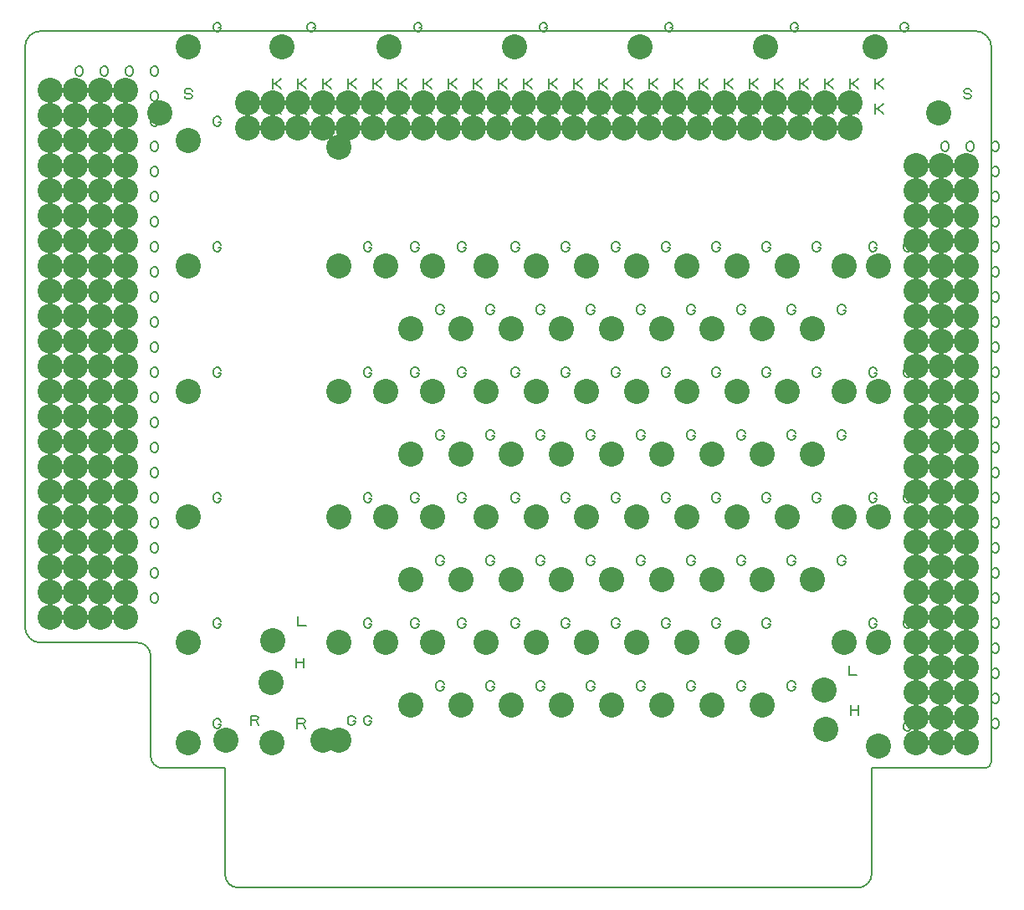
<source format=gbr>
G04 DesignSpark PCB PRO Gerber Version 10.0 Build 5299*
G04 #@! TF.Part,Single*
G04 #@! TF.FileFunction,Drillmap*
G04 #@! TF.FilePolarity,Positive*
%FSLAX35Y35*%
%MOIN*%
%ADD23C,0.00500*%
G04 #@! TA.AperFunction,ViaPad*
%ADD77C,0.10000*%
G04 #@! TD.AperFunction*
X0Y0D02*
D02*
D23*
X77485Y124394D02*
Y125644D01*
X77797Y126269D01*
X78110Y126582D01*
X78735Y126894D01*
X79360D01*
X79985Y126582D01*
X80297Y126269D01*
X80610Y125644D01*
Y124394D01*
X80297Y123769D01*
X79985Y123457D01*
X79360Y123144D01*
X78735D01*
X78110Y123457D01*
X77797Y123769D01*
X77485Y124394D01*
Y134394D02*
Y135644D01*
X77797Y136269D01*
X78110Y136582D01*
X78735Y136894D01*
X79360D01*
X79985Y136582D01*
X80297Y136269D01*
X80610Y135644D01*
Y134394D01*
X80297Y133769D01*
X79985Y133457D01*
X79360Y133144D01*
X78735D01*
X78110Y133457D01*
X77797Y133769D01*
X77485Y134394D01*
Y144394D02*
Y145644D01*
X77797Y146269D01*
X78110Y146582D01*
X78735Y146894D01*
X79360D01*
X79985Y146582D01*
X80297Y146269D01*
X80610Y145644D01*
Y144394D01*
X80297Y143769D01*
X79985Y143457D01*
X79360Y143144D01*
X78735D01*
X78110Y143457D01*
X77797Y143769D01*
X77485Y144394D01*
Y154394D02*
Y155644D01*
X77797Y156269D01*
X78110Y156582D01*
X78735Y156894D01*
X79360D01*
X79985Y156582D01*
X80297Y156269D01*
X80610Y155644D01*
Y154394D01*
X80297Y153769D01*
X79985Y153457D01*
X79360Y153144D01*
X78735D01*
X78110Y153457D01*
X77797Y153769D01*
X77485Y154394D01*
Y164394D02*
Y165644D01*
X77797Y166269D01*
X78110Y166582D01*
X78735Y166894D01*
X79360D01*
X79985Y166582D01*
X80297Y166269D01*
X80610Y165644D01*
Y164394D01*
X80297Y163769D01*
X79985Y163457D01*
X79360Y163144D01*
X78735D01*
X78110Y163457D01*
X77797Y163769D01*
X77485Y164394D01*
Y174394D02*
Y175644D01*
X77797Y176269D01*
X78110Y176582D01*
X78735Y176894D01*
X79360D01*
X79985Y176582D01*
X80297Y176269D01*
X80610Y175644D01*
Y174394D01*
X80297Y173769D01*
X79985Y173457D01*
X79360Y173144D01*
X78735D01*
X78110Y173457D01*
X77797Y173769D01*
X77485Y174394D01*
Y184394D02*
Y185644D01*
X77797Y186269D01*
X78110Y186582D01*
X78735Y186894D01*
X79360D01*
X79985Y186582D01*
X80297Y186269D01*
X80610Y185644D01*
Y184394D01*
X80297Y183769D01*
X79985Y183457D01*
X79360Y183144D01*
X78735D01*
X78110Y183457D01*
X77797Y183769D01*
X77485Y184394D01*
Y194394D02*
Y195644D01*
X77797Y196269D01*
X78110Y196582D01*
X78735Y196894D01*
X79360D01*
X79985Y196582D01*
X80297Y196269D01*
X80610Y195644D01*
Y194394D01*
X80297Y193769D01*
X79985Y193457D01*
X79360Y193144D01*
X78735D01*
X78110Y193457D01*
X77797Y193769D01*
X77485Y194394D01*
Y204394D02*
Y205644D01*
X77797Y206269D01*
X78110Y206582D01*
X78735Y206894D01*
X79360D01*
X79985Y206582D01*
X80297Y206269D01*
X80610Y205644D01*
Y204394D01*
X80297Y203769D01*
X79985Y203457D01*
X79360Y203144D01*
X78735D01*
X78110Y203457D01*
X77797Y203769D01*
X77485Y204394D01*
Y214394D02*
Y215644D01*
X77797Y216269D01*
X78110Y216582D01*
X78735Y216894D01*
X79360D01*
X79985Y216582D01*
X80297Y216269D01*
X80610Y215644D01*
Y214394D01*
X80297Y213769D01*
X79985Y213457D01*
X79360Y213144D01*
X78735D01*
X78110Y213457D01*
X77797Y213769D01*
X77485Y214394D01*
Y224394D02*
Y225644D01*
X77797Y226269D01*
X78110Y226582D01*
X78735Y226894D01*
X79360D01*
X79985Y226582D01*
X80297Y226269D01*
X80610Y225644D01*
Y224394D01*
X80297Y223769D01*
X79985Y223457D01*
X79360Y223144D01*
X78735D01*
X78110Y223457D01*
X77797Y223769D01*
X77485Y224394D01*
Y234394D02*
Y235644D01*
X77797Y236269D01*
X78110Y236582D01*
X78735Y236894D01*
X79360D01*
X79985Y236582D01*
X80297Y236269D01*
X80610Y235644D01*
Y234394D01*
X80297Y233769D01*
X79985Y233457D01*
X79360Y233144D01*
X78735D01*
X78110Y233457D01*
X77797Y233769D01*
X77485Y234394D01*
Y244394D02*
Y245644D01*
X77797Y246269D01*
X78110Y246582D01*
X78735Y246894D01*
X79360D01*
X79985Y246582D01*
X80297Y246269D01*
X80610Y245644D01*
Y244394D01*
X80297Y243769D01*
X79985Y243457D01*
X79360Y243144D01*
X78735D01*
X78110Y243457D01*
X77797Y243769D01*
X77485Y244394D01*
Y254394D02*
Y255644D01*
X77797Y256269D01*
X78110Y256582D01*
X78735Y256894D01*
X79360D01*
X79985Y256582D01*
X80297Y256269D01*
X80610Y255644D01*
Y254394D01*
X80297Y253769D01*
X79985Y253457D01*
X79360Y253144D01*
X78735D01*
X78110Y253457D01*
X77797Y253769D01*
X77485Y254394D01*
Y264394D02*
Y265644D01*
X77797Y266269D01*
X78110Y266582D01*
X78735Y266894D01*
X79360D01*
X79985Y266582D01*
X80297Y266269D01*
X80610Y265644D01*
Y264394D01*
X80297Y263769D01*
X79985Y263457D01*
X79360Y263144D01*
X78735D01*
X78110Y263457D01*
X77797Y263769D01*
X77485Y264394D01*
Y274394D02*
Y275644D01*
X77797Y276269D01*
X78110Y276582D01*
X78735Y276894D01*
X79360D01*
X79985Y276582D01*
X80297Y276269D01*
X80610Y275644D01*
Y274394D01*
X80297Y273769D01*
X79985Y273457D01*
X79360Y273144D01*
X78735D01*
X78110Y273457D01*
X77797Y273769D01*
X77485Y274394D01*
Y284394D02*
Y285644D01*
X77797Y286269D01*
X78110Y286582D01*
X78735Y286894D01*
X79360D01*
X79985Y286582D01*
X80297Y286269D01*
X80610Y285644D01*
Y284394D01*
X80297Y283769D01*
X79985Y283457D01*
X79360Y283144D01*
X78735D01*
X78110Y283457D01*
X77797Y283769D01*
X77485Y284394D01*
Y294394D02*
Y295644D01*
X77797Y296269D01*
X78110Y296582D01*
X78735Y296894D01*
X79360D01*
X79985Y296582D01*
X80297Y296269D01*
X80610Y295644D01*
Y294394D01*
X80297Y293769D01*
X79985Y293457D01*
X79360Y293144D01*
X78735D01*
X78110Y293457D01*
X77797Y293769D01*
X77485Y294394D01*
Y304394D02*
Y305644D01*
X77797Y306269D01*
X78110Y306582D01*
X78735Y306894D01*
X79360D01*
X79985Y306582D01*
X80297Y306269D01*
X80610Y305644D01*
Y304394D01*
X80297Y303769D01*
X79985Y303457D01*
X79360Y303144D01*
X78735D01*
X78110Y303457D01*
X77797Y303769D01*
X77485Y304394D01*
Y314394D02*
Y315644D01*
X77797Y316269D01*
X78110Y316582D01*
X78735Y316894D01*
X79360D01*
X79985Y316582D01*
X80297Y316269D01*
X80610Y315644D01*
Y314394D01*
X80297Y313769D01*
X79985Y313457D01*
X79360Y313144D01*
X78735D01*
X78110Y313457D01*
X77797Y313769D01*
X77485Y314394D01*
Y324394D02*
Y325644D01*
X77797Y326269D01*
X78110Y326582D01*
X78735Y326894D01*
X79360D01*
X79985Y326582D01*
X80297Y326269D01*
X80610Y325644D01*
Y324394D01*
X80297Y323769D01*
X79985Y323457D01*
X79360Y323144D01*
X78735D01*
X78110Y323457D01*
X77797Y323769D01*
X77485Y324394D01*
Y334394D02*
Y335644D01*
X77797Y336269D01*
X78110Y336582D01*
X78735Y336894D01*
X79360D01*
X79985Y336582D01*
X80297Y336269D01*
X80610Y335644D01*
Y334394D01*
X80297Y333769D01*
X79985Y333457D01*
X79360Y333144D01*
X78735D01*
X78110Y333457D01*
X77797Y333769D01*
X77485Y334394D01*
X87485Y124394D02*
Y125644D01*
X87797Y126269D01*
X88110Y126582D01*
X88735Y126894D01*
X89360D01*
X89985Y126582D01*
X90297Y126269D01*
X90610Y125644D01*
Y124394D01*
X90297Y123769D01*
X89985Y123457D01*
X89360Y123144D01*
X88735D01*
X88110Y123457D01*
X87797Y123769D01*
X87485Y124394D01*
Y134394D02*
Y135644D01*
X87797Y136269D01*
X88110Y136582D01*
X88735Y136894D01*
X89360D01*
X89985Y136582D01*
X90297Y136269D01*
X90610Y135644D01*
Y134394D01*
X90297Y133769D01*
X89985Y133457D01*
X89360Y133144D01*
X88735D01*
X88110Y133457D01*
X87797Y133769D01*
X87485Y134394D01*
Y144394D02*
Y145644D01*
X87797Y146269D01*
X88110Y146582D01*
X88735Y146894D01*
X89360D01*
X89985Y146582D01*
X90297Y146269D01*
X90610Y145644D01*
Y144394D01*
X90297Y143769D01*
X89985Y143457D01*
X89360Y143144D01*
X88735D01*
X88110Y143457D01*
X87797Y143769D01*
X87485Y144394D01*
Y154394D02*
Y155644D01*
X87797Y156269D01*
X88110Y156582D01*
X88735Y156894D01*
X89360D01*
X89985Y156582D01*
X90297Y156269D01*
X90610Y155644D01*
Y154394D01*
X90297Y153769D01*
X89985Y153457D01*
X89360Y153144D01*
X88735D01*
X88110Y153457D01*
X87797Y153769D01*
X87485Y154394D01*
Y164394D02*
Y165644D01*
X87797Y166269D01*
X88110Y166582D01*
X88735Y166894D01*
X89360D01*
X89985Y166582D01*
X90297Y166269D01*
X90610Y165644D01*
Y164394D01*
X90297Y163769D01*
X89985Y163457D01*
X89360Y163144D01*
X88735D01*
X88110Y163457D01*
X87797Y163769D01*
X87485Y164394D01*
Y174394D02*
Y175644D01*
X87797Y176269D01*
X88110Y176582D01*
X88735Y176894D01*
X89360D01*
X89985Y176582D01*
X90297Y176269D01*
X90610Y175644D01*
Y174394D01*
X90297Y173769D01*
X89985Y173457D01*
X89360Y173144D01*
X88735D01*
X88110Y173457D01*
X87797Y173769D01*
X87485Y174394D01*
Y184394D02*
Y185644D01*
X87797Y186269D01*
X88110Y186582D01*
X88735Y186894D01*
X89360D01*
X89985Y186582D01*
X90297Y186269D01*
X90610Y185644D01*
Y184394D01*
X90297Y183769D01*
X89985Y183457D01*
X89360Y183144D01*
X88735D01*
X88110Y183457D01*
X87797Y183769D01*
X87485Y184394D01*
Y194394D02*
Y195644D01*
X87797Y196269D01*
X88110Y196582D01*
X88735Y196894D01*
X89360D01*
X89985Y196582D01*
X90297Y196269D01*
X90610Y195644D01*
Y194394D01*
X90297Y193769D01*
X89985Y193457D01*
X89360Y193144D01*
X88735D01*
X88110Y193457D01*
X87797Y193769D01*
X87485Y194394D01*
Y204394D02*
Y205644D01*
X87797Y206269D01*
X88110Y206582D01*
X88735Y206894D01*
X89360D01*
X89985Y206582D01*
X90297Y206269D01*
X90610Y205644D01*
Y204394D01*
X90297Y203769D01*
X89985Y203457D01*
X89360Y203144D01*
X88735D01*
X88110Y203457D01*
X87797Y203769D01*
X87485Y204394D01*
Y214394D02*
Y215644D01*
X87797Y216269D01*
X88110Y216582D01*
X88735Y216894D01*
X89360D01*
X89985Y216582D01*
X90297Y216269D01*
X90610Y215644D01*
Y214394D01*
X90297Y213769D01*
X89985Y213457D01*
X89360Y213144D01*
X88735D01*
X88110Y213457D01*
X87797Y213769D01*
X87485Y214394D01*
Y224394D02*
Y225644D01*
X87797Y226269D01*
X88110Y226582D01*
X88735Y226894D01*
X89360D01*
X89985Y226582D01*
X90297Y226269D01*
X90610Y225644D01*
Y224394D01*
X90297Y223769D01*
X89985Y223457D01*
X89360Y223144D01*
X88735D01*
X88110Y223457D01*
X87797Y223769D01*
X87485Y224394D01*
Y234394D02*
Y235644D01*
X87797Y236269D01*
X88110Y236582D01*
X88735Y236894D01*
X89360D01*
X89985Y236582D01*
X90297Y236269D01*
X90610Y235644D01*
Y234394D01*
X90297Y233769D01*
X89985Y233457D01*
X89360Y233144D01*
X88735D01*
X88110Y233457D01*
X87797Y233769D01*
X87485Y234394D01*
Y244394D02*
Y245644D01*
X87797Y246269D01*
X88110Y246582D01*
X88735Y246894D01*
X89360D01*
X89985Y246582D01*
X90297Y246269D01*
X90610Y245644D01*
Y244394D01*
X90297Y243769D01*
X89985Y243457D01*
X89360Y243144D01*
X88735D01*
X88110Y243457D01*
X87797Y243769D01*
X87485Y244394D01*
Y254394D02*
Y255644D01*
X87797Y256269D01*
X88110Y256582D01*
X88735Y256894D01*
X89360D01*
X89985Y256582D01*
X90297Y256269D01*
X90610Y255644D01*
Y254394D01*
X90297Y253769D01*
X89985Y253457D01*
X89360Y253144D01*
X88735D01*
X88110Y253457D01*
X87797Y253769D01*
X87485Y254394D01*
Y264394D02*
Y265644D01*
X87797Y266269D01*
X88110Y266582D01*
X88735Y266894D01*
X89360D01*
X89985Y266582D01*
X90297Y266269D01*
X90610Y265644D01*
Y264394D01*
X90297Y263769D01*
X89985Y263457D01*
X89360Y263144D01*
X88735D01*
X88110Y263457D01*
X87797Y263769D01*
X87485Y264394D01*
Y274394D02*
Y275644D01*
X87797Y276269D01*
X88110Y276582D01*
X88735Y276894D01*
X89360D01*
X89985Y276582D01*
X90297Y276269D01*
X90610Y275644D01*
Y274394D01*
X90297Y273769D01*
X89985Y273457D01*
X89360Y273144D01*
X88735D01*
X88110Y273457D01*
X87797Y273769D01*
X87485Y274394D01*
Y284394D02*
Y285644D01*
X87797Y286269D01*
X88110Y286582D01*
X88735Y286894D01*
X89360D01*
X89985Y286582D01*
X90297Y286269D01*
X90610Y285644D01*
Y284394D01*
X90297Y283769D01*
X89985Y283457D01*
X89360Y283144D01*
X88735D01*
X88110Y283457D01*
X87797Y283769D01*
X87485Y284394D01*
Y294394D02*
Y295644D01*
X87797Y296269D01*
X88110Y296582D01*
X88735Y296894D01*
X89360D01*
X89985Y296582D01*
X90297Y296269D01*
X90610Y295644D01*
Y294394D01*
X90297Y293769D01*
X89985Y293457D01*
X89360Y293144D01*
X88735D01*
X88110Y293457D01*
X87797Y293769D01*
X87485Y294394D01*
Y304394D02*
Y305644D01*
X87797Y306269D01*
X88110Y306582D01*
X88735Y306894D01*
X89360D01*
X89985Y306582D01*
X90297Y306269D01*
X90610Y305644D01*
Y304394D01*
X90297Y303769D01*
X89985Y303457D01*
X89360Y303144D01*
X88735D01*
X88110Y303457D01*
X87797Y303769D01*
X87485Y304394D01*
Y314394D02*
Y315644D01*
X87797Y316269D01*
X88110Y316582D01*
X88735Y316894D01*
X89360D01*
X89985Y316582D01*
X90297Y316269D01*
X90610Y315644D01*
Y314394D01*
X90297Y313769D01*
X89985Y313457D01*
X89360Y313144D01*
X88735D01*
X88110Y313457D01*
X87797Y313769D01*
X87485Y314394D01*
Y324394D02*
Y325644D01*
X87797Y326269D01*
X88110Y326582D01*
X88735Y326894D01*
X89360D01*
X89985Y326582D01*
X90297Y326269D01*
X90610Y325644D01*
Y324394D01*
X90297Y323769D01*
X89985Y323457D01*
X89360Y323144D01*
X88735D01*
X88110Y323457D01*
X87797Y323769D01*
X87485Y324394D01*
Y334394D02*
Y335644D01*
X87797Y336269D01*
X88110Y336582D01*
X88735Y336894D01*
X89360D01*
X89985Y336582D01*
X90297Y336269D01*
X90610Y335644D01*
Y334394D01*
X90297Y333769D01*
X89985Y333457D01*
X89360Y333144D01*
X88735D01*
X88110Y333457D01*
X87797Y333769D01*
X87485Y334394D01*
X97485Y124394D02*
Y125644D01*
X97797Y126269D01*
X98110Y126582D01*
X98735Y126894D01*
X99360D01*
X99985Y126582D01*
X100297Y126269D01*
X100610Y125644D01*
Y124394D01*
X100297Y123769D01*
X99985Y123457D01*
X99360Y123144D01*
X98735D01*
X98110Y123457D01*
X97797Y123769D01*
X97485Y124394D01*
Y134394D02*
Y135644D01*
X97797Y136269D01*
X98110Y136582D01*
X98735Y136894D01*
X99360D01*
X99985Y136582D01*
X100297Y136269D01*
X100610Y135644D01*
Y134394D01*
X100297Y133769D01*
X99985Y133457D01*
X99360Y133144D01*
X98735D01*
X98110Y133457D01*
X97797Y133769D01*
X97485Y134394D01*
Y144394D02*
Y145644D01*
X97797Y146269D01*
X98110Y146582D01*
X98735Y146894D01*
X99360D01*
X99985Y146582D01*
X100297Y146269D01*
X100610Y145644D01*
Y144394D01*
X100297Y143769D01*
X99985Y143457D01*
X99360Y143144D01*
X98735D01*
X98110Y143457D01*
X97797Y143769D01*
X97485Y144394D01*
Y154394D02*
Y155644D01*
X97797Y156269D01*
X98110Y156582D01*
X98735Y156894D01*
X99360D01*
X99985Y156582D01*
X100297Y156269D01*
X100610Y155644D01*
Y154394D01*
X100297Y153769D01*
X99985Y153457D01*
X99360Y153144D01*
X98735D01*
X98110Y153457D01*
X97797Y153769D01*
X97485Y154394D01*
Y164394D02*
Y165644D01*
X97797Y166269D01*
X98110Y166582D01*
X98735Y166894D01*
X99360D01*
X99985Y166582D01*
X100297Y166269D01*
X100610Y165644D01*
Y164394D01*
X100297Y163769D01*
X99985Y163457D01*
X99360Y163144D01*
X98735D01*
X98110Y163457D01*
X97797Y163769D01*
X97485Y164394D01*
Y174394D02*
Y175644D01*
X97797Y176269D01*
X98110Y176582D01*
X98735Y176894D01*
X99360D01*
X99985Y176582D01*
X100297Y176269D01*
X100610Y175644D01*
Y174394D01*
X100297Y173769D01*
X99985Y173457D01*
X99360Y173144D01*
X98735D01*
X98110Y173457D01*
X97797Y173769D01*
X97485Y174394D01*
Y184394D02*
Y185644D01*
X97797Y186269D01*
X98110Y186582D01*
X98735Y186894D01*
X99360D01*
X99985Y186582D01*
X100297Y186269D01*
X100610Y185644D01*
Y184394D01*
X100297Y183769D01*
X99985Y183457D01*
X99360Y183144D01*
X98735D01*
X98110Y183457D01*
X97797Y183769D01*
X97485Y184394D01*
Y194394D02*
Y195644D01*
X97797Y196269D01*
X98110Y196582D01*
X98735Y196894D01*
X99360D01*
X99985Y196582D01*
X100297Y196269D01*
X100610Y195644D01*
Y194394D01*
X100297Y193769D01*
X99985Y193457D01*
X99360Y193144D01*
X98735D01*
X98110Y193457D01*
X97797Y193769D01*
X97485Y194394D01*
Y204394D02*
Y205644D01*
X97797Y206269D01*
X98110Y206582D01*
X98735Y206894D01*
X99360D01*
X99985Y206582D01*
X100297Y206269D01*
X100610Y205644D01*
Y204394D01*
X100297Y203769D01*
X99985Y203457D01*
X99360Y203144D01*
X98735D01*
X98110Y203457D01*
X97797Y203769D01*
X97485Y204394D01*
Y214394D02*
Y215644D01*
X97797Y216269D01*
X98110Y216582D01*
X98735Y216894D01*
X99360D01*
X99985Y216582D01*
X100297Y216269D01*
X100610Y215644D01*
Y214394D01*
X100297Y213769D01*
X99985Y213457D01*
X99360Y213144D01*
X98735D01*
X98110Y213457D01*
X97797Y213769D01*
X97485Y214394D01*
Y224394D02*
Y225644D01*
X97797Y226269D01*
X98110Y226582D01*
X98735Y226894D01*
X99360D01*
X99985Y226582D01*
X100297Y226269D01*
X100610Y225644D01*
Y224394D01*
X100297Y223769D01*
X99985Y223457D01*
X99360Y223144D01*
X98735D01*
X98110Y223457D01*
X97797Y223769D01*
X97485Y224394D01*
Y234394D02*
Y235644D01*
X97797Y236269D01*
X98110Y236582D01*
X98735Y236894D01*
X99360D01*
X99985Y236582D01*
X100297Y236269D01*
X100610Y235644D01*
Y234394D01*
X100297Y233769D01*
X99985Y233457D01*
X99360Y233144D01*
X98735D01*
X98110Y233457D01*
X97797Y233769D01*
X97485Y234394D01*
Y244394D02*
Y245644D01*
X97797Y246269D01*
X98110Y246582D01*
X98735Y246894D01*
X99360D01*
X99985Y246582D01*
X100297Y246269D01*
X100610Y245644D01*
Y244394D01*
X100297Y243769D01*
X99985Y243457D01*
X99360Y243144D01*
X98735D01*
X98110Y243457D01*
X97797Y243769D01*
X97485Y244394D01*
Y254394D02*
Y255644D01*
X97797Y256269D01*
X98110Y256582D01*
X98735Y256894D01*
X99360D01*
X99985Y256582D01*
X100297Y256269D01*
X100610Y255644D01*
Y254394D01*
X100297Y253769D01*
X99985Y253457D01*
X99360Y253144D01*
X98735D01*
X98110Y253457D01*
X97797Y253769D01*
X97485Y254394D01*
Y264394D02*
Y265644D01*
X97797Y266269D01*
X98110Y266582D01*
X98735Y266894D01*
X99360D01*
X99985Y266582D01*
X100297Y266269D01*
X100610Y265644D01*
Y264394D01*
X100297Y263769D01*
X99985Y263457D01*
X99360Y263144D01*
X98735D01*
X98110Y263457D01*
X97797Y263769D01*
X97485Y264394D01*
Y274394D02*
Y275644D01*
X97797Y276269D01*
X98110Y276582D01*
X98735Y276894D01*
X99360D01*
X99985Y276582D01*
X100297Y276269D01*
X100610Y275644D01*
Y274394D01*
X100297Y273769D01*
X99985Y273457D01*
X99360Y273144D01*
X98735D01*
X98110Y273457D01*
X97797Y273769D01*
X97485Y274394D01*
Y284394D02*
Y285644D01*
X97797Y286269D01*
X98110Y286582D01*
X98735Y286894D01*
X99360D01*
X99985Y286582D01*
X100297Y286269D01*
X100610Y285644D01*
Y284394D01*
X100297Y283769D01*
X99985Y283457D01*
X99360Y283144D01*
X98735D01*
X98110Y283457D01*
X97797Y283769D01*
X97485Y284394D01*
Y294394D02*
Y295644D01*
X97797Y296269D01*
X98110Y296582D01*
X98735Y296894D01*
X99360D01*
X99985Y296582D01*
X100297Y296269D01*
X100610Y295644D01*
Y294394D01*
X100297Y293769D01*
X99985Y293457D01*
X99360Y293144D01*
X98735D01*
X98110Y293457D01*
X97797Y293769D01*
X97485Y294394D01*
Y304394D02*
Y305644D01*
X97797Y306269D01*
X98110Y306582D01*
X98735Y306894D01*
X99360D01*
X99985Y306582D01*
X100297Y306269D01*
X100610Y305644D01*
Y304394D01*
X100297Y303769D01*
X99985Y303457D01*
X99360Y303144D01*
X98735D01*
X98110Y303457D01*
X97797Y303769D01*
X97485Y304394D01*
Y314394D02*
Y315644D01*
X97797Y316269D01*
X98110Y316582D01*
X98735Y316894D01*
X99360D01*
X99985Y316582D01*
X100297Y316269D01*
X100610Y315644D01*
Y314394D01*
X100297Y313769D01*
X99985Y313457D01*
X99360Y313144D01*
X98735D01*
X98110Y313457D01*
X97797Y313769D01*
X97485Y314394D01*
Y324394D02*
Y325644D01*
X97797Y326269D01*
X98110Y326582D01*
X98735Y326894D01*
X99360D01*
X99985Y326582D01*
X100297Y326269D01*
X100610Y325644D01*
Y324394D01*
X100297Y323769D01*
X99985Y323457D01*
X99360Y323144D01*
X98735D01*
X98110Y323457D01*
X97797Y323769D01*
X97485Y324394D01*
Y334394D02*
Y335644D01*
X97797Y336269D01*
X98110Y336582D01*
X98735Y336894D01*
X99360D01*
X99985Y336582D01*
X100297Y336269D01*
X100610Y335644D01*
Y334394D01*
X100297Y333769D01*
X99985Y333457D01*
X99360Y333144D01*
X98735D01*
X98110Y333457D01*
X97797Y333769D01*
X97485Y334394D01*
X107485Y124394D02*
Y125644D01*
X107797Y126269D01*
X108110Y126582D01*
X108735Y126894D01*
X109360D01*
X109985Y126582D01*
X110297Y126269D01*
X110610Y125644D01*
Y124394D01*
X110297Y123769D01*
X109985Y123457D01*
X109360Y123144D01*
X108735D01*
X108110Y123457D01*
X107797Y123769D01*
X107485Y124394D01*
Y134394D02*
Y135644D01*
X107797Y136269D01*
X108110Y136582D01*
X108735Y136894D01*
X109360D01*
X109985Y136582D01*
X110297Y136269D01*
X110610Y135644D01*
Y134394D01*
X110297Y133769D01*
X109985Y133457D01*
X109360Y133144D01*
X108735D01*
X108110Y133457D01*
X107797Y133769D01*
X107485Y134394D01*
Y144394D02*
Y145644D01*
X107797Y146269D01*
X108110Y146582D01*
X108735Y146894D01*
X109360D01*
X109985Y146582D01*
X110297Y146269D01*
X110610Y145644D01*
Y144394D01*
X110297Y143769D01*
X109985Y143457D01*
X109360Y143144D01*
X108735D01*
X108110Y143457D01*
X107797Y143769D01*
X107485Y144394D01*
Y154394D02*
Y155644D01*
X107797Y156269D01*
X108110Y156582D01*
X108735Y156894D01*
X109360D01*
X109985Y156582D01*
X110297Y156269D01*
X110610Y155644D01*
Y154394D01*
X110297Y153769D01*
X109985Y153457D01*
X109360Y153144D01*
X108735D01*
X108110Y153457D01*
X107797Y153769D01*
X107485Y154394D01*
Y164394D02*
Y165644D01*
X107797Y166269D01*
X108110Y166582D01*
X108735Y166894D01*
X109360D01*
X109985Y166582D01*
X110297Y166269D01*
X110610Y165644D01*
Y164394D01*
X110297Y163769D01*
X109985Y163457D01*
X109360Y163144D01*
X108735D01*
X108110Y163457D01*
X107797Y163769D01*
X107485Y164394D01*
Y174394D02*
Y175644D01*
X107797Y176269D01*
X108110Y176582D01*
X108735Y176894D01*
X109360D01*
X109985Y176582D01*
X110297Y176269D01*
X110610Y175644D01*
Y174394D01*
X110297Y173769D01*
X109985Y173457D01*
X109360Y173144D01*
X108735D01*
X108110Y173457D01*
X107797Y173769D01*
X107485Y174394D01*
Y184394D02*
Y185644D01*
X107797Y186269D01*
X108110Y186582D01*
X108735Y186894D01*
X109360D01*
X109985Y186582D01*
X110297Y186269D01*
X110610Y185644D01*
Y184394D01*
X110297Y183769D01*
X109985Y183457D01*
X109360Y183144D01*
X108735D01*
X108110Y183457D01*
X107797Y183769D01*
X107485Y184394D01*
Y194394D02*
Y195644D01*
X107797Y196269D01*
X108110Y196582D01*
X108735Y196894D01*
X109360D01*
X109985Y196582D01*
X110297Y196269D01*
X110610Y195644D01*
Y194394D01*
X110297Y193769D01*
X109985Y193457D01*
X109360Y193144D01*
X108735D01*
X108110Y193457D01*
X107797Y193769D01*
X107485Y194394D01*
Y204394D02*
Y205644D01*
X107797Y206269D01*
X108110Y206582D01*
X108735Y206894D01*
X109360D01*
X109985Y206582D01*
X110297Y206269D01*
X110610Y205644D01*
Y204394D01*
X110297Y203769D01*
X109985Y203457D01*
X109360Y203144D01*
X108735D01*
X108110Y203457D01*
X107797Y203769D01*
X107485Y204394D01*
Y214394D02*
Y215644D01*
X107797Y216269D01*
X108110Y216582D01*
X108735Y216894D01*
X109360D01*
X109985Y216582D01*
X110297Y216269D01*
X110610Y215644D01*
Y214394D01*
X110297Y213769D01*
X109985Y213457D01*
X109360Y213144D01*
X108735D01*
X108110Y213457D01*
X107797Y213769D01*
X107485Y214394D01*
Y224394D02*
Y225644D01*
X107797Y226269D01*
X108110Y226582D01*
X108735Y226894D01*
X109360D01*
X109985Y226582D01*
X110297Y226269D01*
X110610Y225644D01*
Y224394D01*
X110297Y223769D01*
X109985Y223457D01*
X109360Y223144D01*
X108735D01*
X108110Y223457D01*
X107797Y223769D01*
X107485Y224394D01*
Y234394D02*
Y235644D01*
X107797Y236269D01*
X108110Y236582D01*
X108735Y236894D01*
X109360D01*
X109985Y236582D01*
X110297Y236269D01*
X110610Y235644D01*
Y234394D01*
X110297Y233769D01*
X109985Y233457D01*
X109360Y233144D01*
X108735D01*
X108110Y233457D01*
X107797Y233769D01*
X107485Y234394D01*
Y244394D02*
Y245644D01*
X107797Y246269D01*
X108110Y246582D01*
X108735Y246894D01*
X109360D01*
X109985Y246582D01*
X110297Y246269D01*
X110610Y245644D01*
Y244394D01*
X110297Y243769D01*
X109985Y243457D01*
X109360Y243144D01*
X108735D01*
X108110Y243457D01*
X107797Y243769D01*
X107485Y244394D01*
Y254394D02*
Y255644D01*
X107797Y256269D01*
X108110Y256582D01*
X108735Y256894D01*
X109360D01*
X109985Y256582D01*
X110297Y256269D01*
X110610Y255644D01*
Y254394D01*
X110297Y253769D01*
X109985Y253457D01*
X109360Y253144D01*
X108735D01*
X108110Y253457D01*
X107797Y253769D01*
X107485Y254394D01*
Y264394D02*
Y265644D01*
X107797Y266269D01*
X108110Y266582D01*
X108735Y266894D01*
X109360D01*
X109985Y266582D01*
X110297Y266269D01*
X110610Y265644D01*
Y264394D01*
X110297Y263769D01*
X109985Y263457D01*
X109360Y263144D01*
X108735D01*
X108110Y263457D01*
X107797Y263769D01*
X107485Y264394D01*
Y274394D02*
Y275644D01*
X107797Y276269D01*
X108110Y276582D01*
X108735Y276894D01*
X109360D01*
X109985Y276582D01*
X110297Y276269D01*
X110610Y275644D01*
Y274394D01*
X110297Y273769D01*
X109985Y273457D01*
X109360Y273144D01*
X108735D01*
X108110Y273457D01*
X107797Y273769D01*
X107485Y274394D01*
Y284394D02*
Y285644D01*
X107797Y286269D01*
X108110Y286582D01*
X108735Y286894D01*
X109360D01*
X109985Y286582D01*
X110297Y286269D01*
X110610Y285644D01*
Y284394D01*
X110297Y283769D01*
X109985Y283457D01*
X109360Y283144D01*
X108735D01*
X108110Y283457D01*
X107797Y283769D01*
X107485Y284394D01*
Y294394D02*
Y295644D01*
X107797Y296269D01*
X108110Y296582D01*
X108735Y296894D01*
X109360D01*
X109985Y296582D01*
X110297Y296269D01*
X110610Y295644D01*
Y294394D01*
X110297Y293769D01*
X109985Y293457D01*
X109360Y293144D01*
X108735D01*
X108110Y293457D01*
X107797Y293769D01*
X107485Y294394D01*
Y304394D02*
Y305644D01*
X107797Y306269D01*
X108110Y306582D01*
X108735Y306894D01*
X109360D01*
X109985Y306582D01*
X110297Y306269D01*
X110610Y305644D01*
Y304394D01*
X110297Y303769D01*
X109985Y303457D01*
X109360Y303144D01*
X108735D01*
X108110Y303457D01*
X107797Y303769D01*
X107485Y304394D01*
Y314394D02*
Y315644D01*
X107797Y316269D01*
X108110Y316582D01*
X108735Y316894D01*
X109360D01*
X109985Y316582D01*
X110297Y316269D01*
X110610Y315644D01*
Y314394D01*
X110297Y313769D01*
X109985Y313457D01*
X109360Y313144D01*
X108735D01*
X108110Y313457D01*
X107797Y313769D01*
X107485Y314394D01*
Y324394D02*
Y325644D01*
X107797Y326269D01*
X108110Y326582D01*
X108735Y326894D01*
X109360D01*
X109985Y326582D01*
X110297Y326269D01*
X110610Y325644D01*
Y324394D01*
X110297Y323769D01*
X109985Y323457D01*
X109360Y323144D01*
X108735D01*
X108110Y323457D01*
X107797Y323769D01*
X107485Y324394D01*
Y334394D02*
Y335644D01*
X107797Y336269D01*
X108110Y336582D01*
X108735Y336894D01*
X109360D01*
X109985Y336582D01*
X110297Y336269D01*
X110610Y335644D01*
Y334394D01*
X110297Y333769D01*
X109985Y333457D01*
X109360Y333144D01*
X108735D01*
X108110Y333457D01*
X107797Y333769D01*
X107485Y334394D01*
X121035Y325082D02*
X121347Y324457D01*
X121972Y324144D01*
X123222D01*
X123847Y324457D01*
X124160Y325082D01*
X123847Y325707D01*
X123222Y326019D01*
X121972D01*
X121347Y326332D01*
X121035Y326957D01*
X121347Y327582D01*
X121972Y327894D01*
X123222D01*
X123847Y327582D01*
X124160Y326957D01*
X134672Y74707D02*
X135610D01*
Y74394D01*
X135297Y73769D01*
X134985Y73457D01*
X134360Y73144D01*
X133735D01*
X133110Y73457D01*
X132797Y73769D01*
X132485Y74394D01*
Y75644D01*
X132797Y76269D01*
X133110Y76582D01*
X133735Y76894D01*
X134360D01*
X134985Y76582D01*
X135297Y76269D01*
X135610Y75644D01*
X134672Y114707D02*
X135610D01*
Y114394D01*
X135297Y113769D01*
X134985Y113457D01*
X134360Y113144D01*
X133735D01*
X133110Y113457D01*
X132797Y113769D01*
X132485Y114394D01*
Y115644D01*
X132797Y116269D01*
X133110Y116582D01*
X133735Y116894D01*
X134360D01*
X134985Y116582D01*
X135297Y116269D01*
X135610Y115644D01*
X134672Y164707D02*
X135610D01*
Y164394D01*
X135297Y163769D01*
X134985Y163457D01*
X134360Y163144D01*
X133735D01*
X133110Y163457D01*
X132797Y163769D01*
X132485Y164394D01*
Y165644D01*
X132797Y166269D01*
X133110Y166582D01*
X133735Y166894D01*
X134360D01*
X134985Y166582D01*
X135297Y166269D01*
X135610Y165644D01*
X134672Y214707D02*
X135610D01*
Y214394D01*
X135297Y213769D01*
X134985Y213457D01*
X134360Y213144D01*
X133735D01*
X133110Y213457D01*
X132797Y213769D01*
X132485Y214394D01*
Y215644D01*
X132797Y216269D01*
X133110Y216582D01*
X133735Y216894D01*
X134360D01*
X134985Y216582D01*
X135297Y216269D01*
X135610Y215644D01*
X134672Y264707D02*
X135610D01*
Y264394D01*
X135297Y263769D01*
X134985Y263457D01*
X134360Y263144D01*
X133735D01*
X133110Y263457D01*
X132797Y263769D01*
X132485Y264394D01*
Y265644D01*
X132797Y266269D01*
X133110Y266582D01*
X133735Y266894D01*
X134360D01*
X134985Y266582D01*
X135297Y266269D01*
X135610Y265644D01*
X134672Y314707D02*
X135610D01*
Y314394D01*
X135297Y313769D01*
X134985Y313457D01*
X134360Y313144D01*
X133735D01*
X133110Y313457D01*
X132797Y313769D01*
X132485Y314394D01*
Y315644D01*
X132797Y316269D01*
X133110Y316582D01*
X133735Y316894D01*
X134360D01*
X134985Y316582D01*
X135297Y316269D01*
X135610Y315644D01*
X134672Y352207D02*
X135610D01*
Y351894D01*
X135297Y351269D01*
X134985Y350957D01*
X134360Y350644D01*
X133735D01*
X133110Y350957D01*
X132797Y351269D01*
X132485Y351894D01*
Y353144D01*
X132797Y353769D01*
X133110Y354082D01*
X133735Y354394D01*
X134360D01*
X134985Y354082D01*
X135297Y353769D01*
X135610Y353144D01*
X142450Y9569D02*
G75*
G02*
X137170Y14849I0J5280D01*
G01*
Y57207D01*
X112485D01*
G75*
G02*
X107485Y62207I0J5000D01*
G01*
Y102207D01*
G75*
G03*
X102485Y107207I-5000J0D01*
G01*
X63735D01*
G75*
G02*
X57485Y113457I0J6250D01*
G01*
Y344707D01*
G75*
G02*
X63735Y350957I6250J0D01*
G01*
X436235D01*
G75*
G02*
X442485Y344707I0J-6250D01*
G01*
Y59707D01*
G75*
G02*
X439985Y57207I-2500J0D01*
G01*
X394807D01*
Y15066D01*
G75*
G02*
X389310Y9569I-5497J0D01*
G01*
X142450D01*
X147485Y74394D02*
Y78144D01*
X149672D01*
X150297Y77832D01*
X150610Y77207D01*
X150297Y76582D01*
X149672Y76269D01*
X147485D01*
X149672D02*
X150610Y74394D01*
X156235Y318144D02*
Y321894D01*
Y320019D02*
X157172D01*
X159360Y321894D01*
X157172Y320019D02*
X159360Y318144D01*
X156235Y328144D02*
Y331894D01*
Y330019D02*
X157172D01*
X159360Y331894D01*
X157172Y330019D02*
X159360Y328144D01*
X165437Y97396D02*
Y101146D01*
Y99271D02*
X168563D01*
Y97396D02*
Y101146D01*
X165989Y73144D02*
Y76894D01*
X168176D01*
X168801Y76582D01*
X169114Y75957D01*
X168801Y75332D01*
X168176Y75019D01*
X165989D01*
X168176D02*
X169114Y73144D01*
X166235Y318144D02*
Y321894D01*
Y320019D02*
X167172D01*
X169360Y321894D01*
X167172Y320019D02*
X169360Y318144D01*
X166235Y328144D02*
Y331894D01*
Y330019D02*
X167172D01*
X169360Y331894D01*
X167172Y330019D02*
X169360Y328144D01*
X166264Y117681D02*
Y113931D01*
X169389D01*
X172172Y352207D02*
X173110D01*
Y351894D01*
X172797Y351269D01*
X172485Y350957D01*
X171860Y350644D01*
X171235D01*
X170610Y350957D01*
X170297Y351269D01*
X169985Y351894D01*
Y353144D01*
X170297Y353769D01*
X170610Y354082D01*
X171235Y354394D01*
X171860D01*
X172485Y354082D01*
X172797Y353769D01*
X173110Y353144D01*
X176235Y318144D02*
Y321894D01*
Y320019D02*
X177172D01*
X179360Y321894D01*
X177172Y320019D02*
X179360Y318144D01*
X176235Y328144D02*
Y331894D01*
Y330019D02*
X177172D01*
X179360Y331894D01*
X177172Y330019D02*
X179360Y328144D01*
X188209Y75957D02*
X189147D01*
Y75644D01*
X188834Y75019D01*
X188522Y74707D01*
X187897Y74394D01*
X187272D01*
X186647Y74707D01*
X186334Y75019D01*
X186022Y75644D01*
Y76894D01*
X186334Y77519D01*
X186647Y77832D01*
X187272Y78144D01*
X187897D01*
X188522Y77832D01*
X188834Y77519D01*
X189147Y76894D01*
X186235Y318144D02*
Y321894D01*
Y320019D02*
X187172D01*
X189360Y321894D01*
X187172Y320019D02*
X189360Y318144D01*
X186235Y328144D02*
Y331894D01*
Y330019D02*
X187172D01*
X189360Y331894D01*
X187172Y330019D02*
X189360Y328144D01*
X194672Y75957D02*
X195610D01*
Y75644D01*
X195297Y75019D01*
X194985Y74707D01*
X194360Y74394D01*
X193735D01*
X193110Y74707D01*
X192797Y75019D01*
X192485Y75644D01*
Y76894D01*
X192797Y77519D01*
X193110Y77832D01*
X193735Y78144D01*
X194360D01*
X194985Y77832D01*
X195297Y77519D01*
X195610Y76894D01*
X194672Y114707D02*
X195610D01*
Y114394D01*
X195297Y113769D01*
X194985Y113457D01*
X194360Y113144D01*
X193735D01*
X193110Y113457D01*
X192797Y113769D01*
X192485Y114394D01*
Y115644D01*
X192797Y116269D01*
X193110Y116582D01*
X193735Y116894D01*
X194360D01*
X194985Y116582D01*
X195297Y116269D01*
X195610Y115644D01*
X194672Y164707D02*
X195610D01*
Y164394D01*
X195297Y163769D01*
X194985Y163457D01*
X194360Y163144D01*
X193735D01*
X193110Y163457D01*
X192797Y163769D01*
X192485Y164394D01*
Y165644D01*
X192797Y166269D01*
X193110Y166582D01*
X193735Y166894D01*
X194360D01*
X194985Y166582D01*
X195297Y166269D01*
X195610Y165644D01*
X194672Y214707D02*
X195610D01*
Y214394D01*
X195297Y213769D01*
X194985Y213457D01*
X194360Y213144D01*
X193735D01*
X193110Y213457D01*
X192797Y213769D01*
X192485Y214394D01*
Y215644D01*
X192797Y216269D01*
X193110Y216582D01*
X193735Y216894D01*
X194360D01*
X194985Y216582D01*
X195297Y216269D01*
X195610Y215644D01*
X194672Y264707D02*
X195610D01*
Y264394D01*
X195297Y263769D01*
X194985Y263457D01*
X194360Y263144D01*
X193735D01*
X193110Y263457D01*
X192797Y263769D01*
X192485Y264394D01*
Y265644D01*
X192797Y266269D01*
X193110Y266582D01*
X193735Y266894D01*
X194360D01*
X194985Y266582D01*
X195297Y266269D01*
X195610Y265644D01*
X194672Y312207D02*
X195610D01*
Y311894D01*
X195297Y311269D01*
X194985Y310957D01*
X194360Y310644D01*
X193735D01*
X193110Y310957D01*
X192797Y311269D01*
X192485Y311894D01*
Y313144D01*
X192797Y313769D01*
X193110Y314082D01*
X193735Y314394D01*
X194360D01*
X194985Y314082D01*
X195297Y313769D01*
X195610Y313144D01*
X196235Y318144D02*
Y321894D01*
Y320019D02*
X197172D01*
X199360Y321894D01*
X197172Y320019D02*
X199360Y318144D01*
X196235Y328144D02*
Y331894D01*
Y330019D02*
X197172D01*
X199360Y331894D01*
X197172Y330019D02*
X199360Y328144D01*
X206235Y318144D02*
Y321894D01*
Y320019D02*
X207172D01*
X209360Y321894D01*
X207172Y320019D02*
X209360Y318144D01*
X206235Y328144D02*
Y331894D01*
Y330019D02*
X207172D01*
X209360Y331894D01*
X207172Y330019D02*
X209360Y328144D01*
X213422Y114707D02*
X214360D01*
Y114394D01*
X214047Y113769D01*
X213735Y113457D01*
X213110Y113144D01*
X212485D01*
X211860Y113457D01*
X211547Y113769D01*
X211235Y114394D01*
Y115644D01*
X211547Y116269D01*
X211860Y116582D01*
X212485Y116894D01*
X213110D01*
X213735Y116582D01*
X214047Y116269D01*
X214360Y115644D01*
X213422Y164707D02*
X214360D01*
Y164394D01*
X214047Y163769D01*
X213735Y163457D01*
X213110Y163144D01*
X212485D01*
X211860Y163457D01*
X211547Y163769D01*
X211235Y164394D01*
Y165644D01*
X211547Y166269D01*
X211860Y166582D01*
X212485Y166894D01*
X213110D01*
X213735Y166582D01*
X214047Y166269D01*
X214360Y165644D01*
X213422Y214707D02*
X214360D01*
Y214394D01*
X214047Y213769D01*
X213735Y213457D01*
X213110Y213144D01*
X212485D01*
X211860Y213457D01*
X211547Y213769D01*
X211235Y214394D01*
Y215644D01*
X211547Y216269D01*
X211860Y216582D01*
X212485Y216894D01*
X213110D01*
X213735Y216582D01*
X214047Y216269D01*
X214360Y215644D01*
X213422Y264707D02*
X214360D01*
Y264394D01*
X214047Y263769D01*
X213735Y263457D01*
X213110Y263144D01*
X212485D01*
X211860Y263457D01*
X211547Y263769D01*
X211235Y264394D01*
Y265644D01*
X211547Y266269D01*
X211860Y266582D01*
X212485Y266894D01*
X213110D01*
X213735Y266582D01*
X214047Y266269D01*
X214360Y265644D01*
X214672Y352207D02*
X215610D01*
Y351894D01*
X215297Y351269D01*
X214985Y350957D01*
X214360Y350644D01*
X213735D01*
X213110Y350957D01*
X212797Y351269D01*
X212485Y351894D01*
Y353144D01*
X212797Y353769D01*
X213110Y354082D01*
X213735Y354394D01*
X214360D01*
X214985Y354082D01*
X215297Y353769D01*
X215610Y353144D01*
X216235Y318144D02*
Y321894D01*
Y320019D02*
X217172D01*
X219360Y321894D01*
X217172Y320019D02*
X219360Y318144D01*
X216235Y328144D02*
Y331894D01*
Y330019D02*
X217172D01*
X219360Y331894D01*
X217172Y330019D02*
X219360Y328144D01*
X223422Y89707D02*
X224360D01*
Y89394D01*
X224047Y88769D01*
X223735Y88457D01*
X223110Y88144D01*
X222485D01*
X221860Y88457D01*
X221547Y88769D01*
X221235Y89394D01*
Y90644D01*
X221547Y91269D01*
X221860Y91582D01*
X222485Y91894D01*
X223110D01*
X223735Y91582D01*
X224047Y91269D01*
X224360Y90644D01*
X223422Y139707D02*
X224360D01*
Y139394D01*
X224047Y138769D01*
X223735Y138457D01*
X223110Y138144D01*
X222485D01*
X221860Y138457D01*
X221547Y138769D01*
X221235Y139394D01*
Y140644D01*
X221547Y141269D01*
X221860Y141582D01*
X222485Y141894D01*
X223110D01*
X223735Y141582D01*
X224047Y141269D01*
X224360Y140644D01*
X223422Y189707D02*
X224360D01*
Y189394D01*
X224047Y188769D01*
X223735Y188457D01*
X223110Y188144D01*
X222485D01*
X221860Y188457D01*
X221547Y188769D01*
X221235Y189394D01*
Y190644D01*
X221547Y191269D01*
X221860Y191582D01*
X222485Y191894D01*
X223110D01*
X223735Y191582D01*
X224047Y191269D01*
X224360Y190644D01*
X223422Y239707D02*
X224360D01*
Y239394D01*
X224047Y238769D01*
X223735Y238457D01*
X223110Y238144D01*
X222485D01*
X221860Y238457D01*
X221547Y238769D01*
X221235Y239394D01*
Y240644D01*
X221547Y241269D01*
X221860Y241582D01*
X222485Y241894D01*
X223110D01*
X223735Y241582D01*
X224047Y241269D01*
X224360Y240644D01*
X226235Y318144D02*
Y321894D01*
Y320019D02*
X227172D01*
X229360Y321894D01*
X227172Y320019D02*
X229360Y318144D01*
X226235Y328144D02*
Y331894D01*
Y330019D02*
X227172D01*
X229360Y331894D01*
X227172Y330019D02*
X229360Y328144D01*
X232172Y114707D02*
X233110D01*
Y114394D01*
X232797Y113769D01*
X232485Y113457D01*
X231860Y113144D01*
X231235D01*
X230610Y113457D01*
X230297Y113769D01*
X229985Y114394D01*
Y115644D01*
X230297Y116269D01*
X230610Y116582D01*
X231235Y116894D01*
X231860D01*
X232485Y116582D01*
X232797Y116269D01*
X233110Y115644D01*
X232172Y164707D02*
X233110D01*
Y164394D01*
X232797Y163769D01*
X232485Y163457D01*
X231860Y163144D01*
X231235D01*
X230610Y163457D01*
X230297Y163769D01*
X229985Y164394D01*
Y165644D01*
X230297Y166269D01*
X230610Y166582D01*
X231235Y166894D01*
X231860D01*
X232485Y166582D01*
X232797Y166269D01*
X233110Y165644D01*
X232172Y214707D02*
X233110D01*
Y214394D01*
X232797Y213769D01*
X232485Y213457D01*
X231860Y213144D01*
X231235D01*
X230610Y213457D01*
X230297Y213769D01*
X229985Y214394D01*
Y215644D01*
X230297Y216269D01*
X230610Y216582D01*
X231235Y216894D01*
X231860D01*
X232485Y216582D01*
X232797Y216269D01*
X233110Y215644D01*
X232172Y264707D02*
X233110D01*
Y264394D01*
X232797Y263769D01*
X232485Y263457D01*
X231860Y263144D01*
X231235D01*
X230610Y263457D01*
X230297Y263769D01*
X229985Y264394D01*
Y265644D01*
X230297Y266269D01*
X230610Y266582D01*
X231235Y266894D01*
X231860D01*
X232485Y266582D01*
X232797Y266269D01*
X233110Y265644D01*
X236235Y318144D02*
Y321894D01*
Y320019D02*
X237172D01*
X239360Y321894D01*
X237172Y320019D02*
X239360Y318144D01*
X236235Y328144D02*
Y331894D01*
Y330019D02*
X237172D01*
X239360Y331894D01*
X237172Y330019D02*
X239360Y328144D01*
X243422Y89707D02*
X244360D01*
Y89394D01*
X244047Y88769D01*
X243735Y88457D01*
X243110Y88144D01*
X242485D01*
X241860Y88457D01*
X241547Y88769D01*
X241235Y89394D01*
Y90644D01*
X241547Y91269D01*
X241860Y91582D01*
X242485Y91894D01*
X243110D01*
X243735Y91582D01*
X244047Y91269D01*
X244360Y90644D01*
X243422Y139707D02*
X244360D01*
Y139394D01*
X244047Y138769D01*
X243735Y138457D01*
X243110Y138144D01*
X242485D01*
X241860Y138457D01*
X241547Y138769D01*
X241235Y139394D01*
Y140644D01*
X241547Y141269D01*
X241860Y141582D01*
X242485Y141894D01*
X243110D01*
X243735Y141582D01*
X244047Y141269D01*
X244360Y140644D01*
X243422Y189707D02*
X244360D01*
Y189394D01*
X244047Y188769D01*
X243735Y188457D01*
X243110Y188144D01*
X242485D01*
X241860Y188457D01*
X241547Y188769D01*
X241235Y189394D01*
Y190644D01*
X241547Y191269D01*
X241860Y191582D01*
X242485Y191894D01*
X243110D01*
X243735Y191582D01*
X244047Y191269D01*
X244360Y190644D01*
X243422Y239707D02*
X244360D01*
Y239394D01*
X244047Y238769D01*
X243735Y238457D01*
X243110Y238144D01*
X242485D01*
X241860Y238457D01*
X241547Y238769D01*
X241235Y239394D01*
Y240644D01*
X241547Y241269D01*
X241860Y241582D01*
X242485Y241894D01*
X243110D01*
X243735Y241582D01*
X244047Y241269D01*
X244360Y240644D01*
X246235Y318144D02*
Y321894D01*
Y320019D02*
X247172D01*
X249360Y321894D01*
X247172Y320019D02*
X249360Y318144D01*
X246235Y328144D02*
Y331894D01*
Y330019D02*
X247172D01*
X249360Y331894D01*
X247172Y330019D02*
X249360Y328144D01*
X253422Y114707D02*
X254360D01*
Y114394D01*
X254047Y113769D01*
X253735Y113457D01*
X253110Y113144D01*
X252485D01*
X251860Y113457D01*
X251547Y113769D01*
X251235Y114394D01*
Y115644D01*
X251547Y116269D01*
X251860Y116582D01*
X252485Y116894D01*
X253110D01*
X253735Y116582D01*
X254047Y116269D01*
X254360Y115644D01*
X253422Y164707D02*
X254360D01*
Y164394D01*
X254047Y163769D01*
X253735Y163457D01*
X253110Y163144D01*
X252485D01*
X251860Y163457D01*
X251547Y163769D01*
X251235Y164394D01*
Y165644D01*
X251547Y166269D01*
X251860Y166582D01*
X252485Y166894D01*
X253110D01*
X253735Y166582D01*
X254047Y166269D01*
X254360Y165644D01*
X253422Y214707D02*
X254360D01*
Y214394D01*
X254047Y213769D01*
X253735Y213457D01*
X253110Y213144D01*
X252485D01*
X251860Y213457D01*
X251547Y213769D01*
X251235Y214394D01*
Y215644D01*
X251547Y216269D01*
X251860Y216582D01*
X252485Y216894D01*
X253110D01*
X253735Y216582D01*
X254047Y216269D01*
X254360Y215644D01*
X253422Y264707D02*
X254360D01*
Y264394D01*
X254047Y263769D01*
X253735Y263457D01*
X253110Y263144D01*
X252485D01*
X251860Y263457D01*
X251547Y263769D01*
X251235Y264394D01*
Y265644D01*
X251547Y266269D01*
X251860Y266582D01*
X252485Y266894D01*
X253110D01*
X253735Y266582D01*
X254047Y266269D01*
X254360Y265644D01*
X256235Y318144D02*
Y321894D01*
Y320019D02*
X257172D01*
X259360Y321894D01*
X257172Y320019D02*
X259360Y318144D01*
X256235Y328144D02*
Y331894D01*
Y330019D02*
X257172D01*
X259360Y331894D01*
X257172Y330019D02*
X259360Y328144D01*
X263422Y89707D02*
X264360D01*
Y89394D01*
X264047Y88769D01*
X263735Y88457D01*
X263110Y88144D01*
X262485D01*
X261860Y88457D01*
X261547Y88769D01*
X261235Y89394D01*
Y90644D01*
X261547Y91269D01*
X261860Y91582D01*
X262485Y91894D01*
X263110D01*
X263735Y91582D01*
X264047Y91269D01*
X264360Y90644D01*
X263422Y139707D02*
X264360D01*
Y139394D01*
X264047Y138769D01*
X263735Y138457D01*
X263110Y138144D01*
X262485D01*
X261860Y138457D01*
X261547Y138769D01*
X261235Y139394D01*
Y140644D01*
X261547Y141269D01*
X261860Y141582D01*
X262485Y141894D01*
X263110D01*
X263735Y141582D01*
X264047Y141269D01*
X264360Y140644D01*
X263422Y189707D02*
X264360D01*
Y189394D01*
X264047Y188769D01*
X263735Y188457D01*
X263110Y188144D01*
X262485D01*
X261860Y188457D01*
X261547Y188769D01*
X261235Y189394D01*
Y190644D01*
X261547Y191269D01*
X261860Y191582D01*
X262485Y191894D01*
X263110D01*
X263735Y191582D01*
X264047Y191269D01*
X264360Y190644D01*
X263422Y239707D02*
X264360D01*
Y239394D01*
X264047Y238769D01*
X263735Y238457D01*
X263110Y238144D01*
X262485D01*
X261860Y238457D01*
X261547Y238769D01*
X261235Y239394D01*
Y240644D01*
X261547Y241269D01*
X261860Y241582D01*
X262485Y241894D01*
X263110D01*
X263735Y241582D01*
X264047Y241269D01*
X264360Y240644D01*
X264672Y352207D02*
X265610D01*
Y351894D01*
X265297Y351269D01*
X264985Y350957D01*
X264360Y350644D01*
X263735D01*
X263110Y350957D01*
X262797Y351269D01*
X262485Y351894D01*
Y353144D01*
X262797Y353769D01*
X263110Y354082D01*
X263735Y354394D01*
X264360D01*
X264985Y354082D01*
X265297Y353769D01*
X265610Y353144D01*
X266235Y318144D02*
Y321894D01*
Y320019D02*
X267172D01*
X269360Y321894D01*
X267172Y320019D02*
X269360Y318144D01*
X266235Y328144D02*
Y331894D01*
Y330019D02*
X267172D01*
X269360Y331894D01*
X267172Y330019D02*
X269360Y328144D01*
X273422Y114707D02*
X274360D01*
Y114394D01*
X274047Y113769D01*
X273735Y113457D01*
X273110Y113144D01*
X272485D01*
X271860Y113457D01*
X271547Y113769D01*
X271235Y114394D01*
Y115644D01*
X271547Y116269D01*
X271860Y116582D01*
X272485Y116894D01*
X273110D01*
X273735Y116582D01*
X274047Y116269D01*
X274360Y115644D01*
X273422Y164707D02*
X274360D01*
Y164394D01*
X274047Y163769D01*
X273735Y163457D01*
X273110Y163144D01*
X272485D01*
X271860Y163457D01*
X271547Y163769D01*
X271235Y164394D01*
Y165644D01*
X271547Y166269D01*
X271860Y166582D01*
X272485Y166894D01*
X273110D01*
X273735Y166582D01*
X274047Y166269D01*
X274360Y165644D01*
X273422Y214707D02*
X274360D01*
Y214394D01*
X274047Y213769D01*
X273735Y213457D01*
X273110Y213144D01*
X272485D01*
X271860Y213457D01*
X271547Y213769D01*
X271235Y214394D01*
Y215644D01*
X271547Y216269D01*
X271860Y216582D01*
X272485Y216894D01*
X273110D01*
X273735Y216582D01*
X274047Y216269D01*
X274360Y215644D01*
X273422Y264707D02*
X274360D01*
Y264394D01*
X274047Y263769D01*
X273735Y263457D01*
X273110Y263144D01*
X272485D01*
X271860Y263457D01*
X271547Y263769D01*
X271235Y264394D01*
Y265644D01*
X271547Y266269D01*
X271860Y266582D01*
X272485Y266894D01*
X273110D01*
X273735Y266582D01*
X274047Y266269D01*
X274360Y265644D01*
X276235Y318144D02*
Y321894D01*
Y320019D02*
X277172D01*
X279360Y321894D01*
X277172Y320019D02*
X279360Y318144D01*
X276235Y328144D02*
Y331894D01*
Y330019D02*
X277172D01*
X279360Y331894D01*
X277172Y330019D02*
X279360Y328144D01*
X283422Y89707D02*
X284360D01*
Y89394D01*
X284047Y88769D01*
X283735Y88457D01*
X283110Y88144D01*
X282485D01*
X281860Y88457D01*
X281547Y88769D01*
X281235Y89394D01*
Y90644D01*
X281547Y91269D01*
X281860Y91582D01*
X282485Y91894D01*
X283110D01*
X283735Y91582D01*
X284047Y91269D01*
X284360Y90644D01*
X283422Y139707D02*
X284360D01*
Y139394D01*
X284047Y138769D01*
X283735Y138457D01*
X283110Y138144D01*
X282485D01*
X281860Y138457D01*
X281547Y138769D01*
X281235Y139394D01*
Y140644D01*
X281547Y141269D01*
X281860Y141582D01*
X282485Y141894D01*
X283110D01*
X283735Y141582D01*
X284047Y141269D01*
X284360Y140644D01*
X283422Y189707D02*
X284360D01*
Y189394D01*
X284047Y188769D01*
X283735Y188457D01*
X283110Y188144D01*
X282485D01*
X281860Y188457D01*
X281547Y188769D01*
X281235Y189394D01*
Y190644D01*
X281547Y191269D01*
X281860Y191582D01*
X282485Y191894D01*
X283110D01*
X283735Y191582D01*
X284047Y191269D01*
X284360Y190644D01*
X283422Y239707D02*
X284360D01*
Y239394D01*
X284047Y238769D01*
X283735Y238457D01*
X283110Y238144D01*
X282485D01*
X281860Y238457D01*
X281547Y238769D01*
X281235Y239394D01*
Y240644D01*
X281547Y241269D01*
X281860Y241582D01*
X282485Y241894D01*
X283110D01*
X283735Y241582D01*
X284047Y241269D01*
X284360Y240644D01*
X286235Y318144D02*
Y321894D01*
Y320019D02*
X287172D01*
X289360Y321894D01*
X287172Y320019D02*
X289360Y318144D01*
X286235Y328144D02*
Y331894D01*
Y330019D02*
X287172D01*
X289360Y331894D01*
X287172Y330019D02*
X289360Y328144D01*
X293422Y114707D02*
X294360D01*
Y114394D01*
X294047Y113769D01*
X293735Y113457D01*
X293110Y113144D01*
X292485D01*
X291860Y113457D01*
X291547Y113769D01*
X291235Y114394D01*
Y115644D01*
X291547Y116269D01*
X291860Y116582D01*
X292485Y116894D01*
X293110D01*
X293735Y116582D01*
X294047Y116269D01*
X294360Y115644D01*
X293422Y164707D02*
X294360D01*
Y164394D01*
X294047Y163769D01*
X293735Y163457D01*
X293110Y163144D01*
X292485D01*
X291860Y163457D01*
X291547Y163769D01*
X291235Y164394D01*
Y165644D01*
X291547Y166269D01*
X291860Y166582D01*
X292485Y166894D01*
X293110D01*
X293735Y166582D01*
X294047Y166269D01*
X294360Y165644D01*
X293422Y214707D02*
X294360D01*
Y214394D01*
X294047Y213769D01*
X293735Y213457D01*
X293110Y213144D01*
X292485D01*
X291860Y213457D01*
X291547Y213769D01*
X291235Y214394D01*
Y215644D01*
X291547Y216269D01*
X291860Y216582D01*
X292485Y216894D01*
X293110D01*
X293735Y216582D01*
X294047Y216269D01*
X294360Y215644D01*
X293422Y264707D02*
X294360D01*
Y264394D01*
X294047Y263769D01*
X293735Y263457D01*
X293110Y263144D01*
X292485D01*
X291860Y263457D01*
X291547Y263769D01*
X291235Y264394D01*
Y265644D01*
X291547Y266269D01*
X291860Y266582D01*
X292485Y266894D01*
X293110D01*
X293735Y266582D01*
X294047Y266269D01*
X294360Y265644D01*
X296235Y318144D02*
Y321894D01*
Y320019D02*
X297172D01*
X299360Y321894D01*
X297172Y320019D02*
X299360Y318144D01*
X296235Y328144D02*
Y331894D01*
Y330019D02*
X297172D01*
X299360Y331894D01*
X297172Y330019D02*
X299360Y328144D01*
X303422Y89707D02*
X304360D01*
Y89394D01*
X304047Y88769D01*
X303735Y88457D01*
X303110Y88144D01*
X302485D01*
X301860Y88457D01*
X301547Y88769D01*
X301235Y89394D01*
Y90644D01*
X301547Y91269D01*
X301860Y91582D01*
X302485Y91894D01*
X303110D01*
X303735Y91582D01*
X304047Y91269D01*
X304360Y90644D01*
X303422Y139707D02*
X304360D01*
Y139394D01*
X304047Y138769D01*
X303735Y138457D01*
X303110Y138144D01*
X302485D01*
X301860Y138457D01*
X301547Y138769D01*
X301235Y139394D01*
Y140644D01*
X301547Y141269D01*
X301860Y141582D01*
X302485Y141894D01*
X303110D01*
X303735Y141582D01*
X304047Y141269D01*
X304360Y140644D01*
X303422Y189707D02*
X304360D01*
Y189394D01*
X304047Y188769D01*
X303735Y188457D01*
X303110Y188144D01*
X302485D01*
X301860Y188457D01*
X301547Y188769D01*
X301235Y189394D01*
Y190644D01*
X301547Y191269D01*
X301860Y191582D01*
X302485Y191894D01*
X303110D01*
X303735Y191582D01*
X304047Y191269D01*
X304360Y190644D01*
X303422Y239707D02*
X304360D01*
Y239394D01*
X304047Y238769D01*
X303735Y238457D01*
X303110Y238144D01*
X302485D01*
X301860Y238457D01*
X301547Y238769D01*
X301235Y239394D01*
Y240644D01*
X301547Y241269D01*
X301860Y241582D01*
X302485Y241894D01*
X303110D01*
X303735Y241582D01*
X304047Y241269D01*
X304360Y240644D01*
X306235Y318144D02*
Y321894D01*
Y320019D02*
X307172D01*
X309360Y321894D01*
X307172Y320019D02*
X309360Y318144D01*
X306235Y328144D02*
Y331894D01*
Y330019D02*
X307172D01*
X309360Y331894D01*
X307172Y330019D02*
X309360Y328144D01*
X313422Y114707D02*
X314360D01*
Y114394D01*
X314047Y113769D01*
X313735Y113457D01*
X313110Y113144D01*
X312485D01*
X311860Y113457D01*
X311547Y113769D01*
X311235Y114394D01*
Y115644D01*
X311547Y116269D01*
X311860Y116582D01*
X312485Y116894D01*
X313110D01*
X313735Y116582D01*
X314047Y116269D01*
X314360Y115644D01*
X313422Y164707D02*
X314360D01*
Y164394D01*
X314047Y163769D01*
X313735Y163457D01*
X313110Y163144D01*
X312485D01*
X311860Y163457D01*
X311547Y163769D01*
X311235Y164394D01*
Y165644D01*
X311547Y166269D01*
X311860Y166582D01*
X312485Y166894D01*
X313110D01*
X313735Y166582D01*
X314047Y166269D01*
X314360Y165644D01*
X313422Y214707D02*
X314360D01*
Y214394D01*
X314047Y213769D01*
X313735Y213457D01*
X313110Y213144D01*
X312485D01*
X311860Y213457D01*
X311547Y213769D01*
X311235Y214394D01*
Y215644D01*
X311547Y216269D01*
X311860Y216582D01*
X312485Y216894D01*
X313110D01*
X313735Y216582D01*
X314047Y216269D01*
X314360Y215644D01*
X313422Y264707D02*
X314360D01*
Y264394D01*
X314047Y263769D01*
X313735Y263457D01*
X313110Y263144D01*
X312485D01*
X311860Y263457D01*
X311547Y263769D01*
X311235Y264394D01*
Y265644D01*
X311547Y266269D01*
X311860Y266582D01*
X312485Y266894D01*
X313110D01*
X313735Y266582D01*
X314047Y266269D01*
X314360Y265644D01*
X314672Y352207D02*
X315610D01*
Y351894D01*
X315297Y351269D01*
X314985Y350957D01*
X314360Y350644D01*
X313735D01*
X313110Y350957D01*
X312797Y351269D01*
X312485Y351894D01*
Y353144D01*
X312797Y353769D01*
X313110Y354082D01*
X313735Y354394D01*
X314360D01*
X314985Y354082D01*
X315297Y353769D01*
X315610Y353144D01*
X316235Y318144D02*
Y321894D01*
Y320019D02*
X317172D01*
X319360Y321894D01*
X317172Y320019D02*
X319360Y318144D01*
X316235Y328144D02*
Y331894D01*
Y330019D02*
X317172D01*
X319360Y331894D01*
X317172Y330019D02*
X319360Y328144D01*
X323422Y89707D02*
X324360D01*
Y89394D01*
X324047Y88769D01*
X323735Y88457D01*
X323110Y88144D01*
X322485D01*
X321860Y88457D01*
X321547Y88769D01*
X321235Y89394D01*
Y90644D01*
X321547Y91269D01*
X321860Y91582D01*
X322485Y91894D01*
X323110D01*
X323735Y91582D01*
X324047Y91269D01*
X324360Y90644D01*
X323422Y139707D02*
X324360D01*
Y139394D01*
X324047Y138769D01*
X323735Y138457D01*
X323110Y138144D01*
X322485D01*
X321860Y138457D01*
X321547Y138769D01*
X321235Y139394D01*
Y140644D01*
X321547Y141269D01*
X321860Y141582D01*
X322485Y141894D01*
X323110D01*
X323735Y141582D01*
X324047Y141269D01*
X324360Y140644D01*
X323422Y189707D02*
X324360D01*
Y189394D01*
X324047Y188769D01*
X323735Y188457D01*
X323110Y188144D01*
X322485D01*
X321860Y188457D01*
X321547Y188769D01*
X321235Y189394D01*
Y190644D01*
X321547Y191269D01*
X321860Y191582D01*
X322485Y191894D01*
X323110D01*
X323735Y191582D01*
X324047Y191269D01*
X324360Y190644D01*
X323422Y239707D02*
X324360D01*
Y239394D01*
X324047Y238769D01*
X323735Y238457D01*
X323110Y238144D01*
X322485D01*
X321860Y238457D01*
X321547Y238769D01*
X321235Y239394D01*
Y240644D01*
X321547Y241269D01*
X321860Y241582D01*
X322485Y241894D01*
X323110D01*
X323735Y241582D01*
X324047Y241269D01*
X324360Y240644D01*
X326235Y318144D02*
Y321894D01*
Y320019D02*
X327172D01*
X329360Y321894D01*
X327172Y320019D02*
X329360Y318144D01*
X326235Y328144D02*
Y331894D01*
Y330019D02*
X327172D01*
X329360Y331894D01*
X327172Y330019D02*
X329360Y328144D01*
X333422Y114707D02*
X334360D01*
Y114394D01*
X334047Y113769D01*
X333735Y113457D01*
X333110Y113144D01*
X332485D01*
X331860Y113457D01*
X331547Y113769D01*
X331235Y114394D01*
Y115644D01*
X331547Y116269D01*
X331860Y116582D01*
X332485Y116894D01*
X333110D01*
X333735Y116582D01*
X334047Y116269D01*
X334360Y115644D01*
X333422Y164707D02*
X334360D01*
Y164394D01*
X334047Y163769D01*
X333735Y163457D01*
X333110Y163144D01*
X332485D01*
X331860Y163457D01*
X331547Y163769D01*
X331235Y164394D01*
Y165644D01*
X331547Y166269D01*
X331860Y166582D01*
X332485Y166894D01*
X333110D01*
X333735Y166582D01*
X334047Y166269D01*
X334360Y165644D01*
X333422Y214707D02*
X334360D01*
Y214394D01*
X334047Y213769D01*
X333735Y213457D01*
X333110Y213144D01*
X332485D01*
X331860Y213457D01*
X331547Y213769D01*
X331235Y214394D01*
Y215644D01*
X331547Y216269D01*
X331860Y216582D01*
X332485Y216894D01*
X333110D01*
X333735Y216582D01*
X334047Y216269D01*
X334360Y215644D01*
X333422Y264707D02*
X334360D01*
Y264394D01*
X334047Y263769D01*
X333735Y263457D01*
X333110Y263144D01*
X332485D01*
X331860Y263457D01*
X331547Y263769D01*
X331235Y264394D01*
Y265644D01*
X331547Y266269D01*
X331860Y266582D01*
X332485Y266894D01*
X333110D01*
X333735Y266582D01*
X334047Y266269D01*
X334360Y265644D01*
X336235Y318144D02*
Y321894D01*
Y320019D02*
X337172D01*
X339360Y321894D01*
X337172Y320019D02*
X339360Y318144D01*
X336235Y328144D02*
Y331894D01*
Y330019D02*
X337172D01*
X339360Y331894D01*
X337172Y330019D02*
X339360Y328144D01*
X343422Y89707D02*
X344360D01*
Y89394D01*
X344047Y88769D01*
X343735Y88457D01*
X343110Y88144D01*
X342485D01*
X341860Y88457D01*
X341547Y88769D01*
X341235Y89394D01*
Y90644D01*
X341547Y91269D01*
X341860Y91582D01*
X342485Y91894D01*
X343110D01*
X343735Y91582D01*
X344047Y91269D01*
X344360Y90644D01*
X343422Y139707D02*
X344360D01*
Y139394D01*
X344047Y138769D01*
X343735Y138457D01*
X343110Y138144D01*
X342485D01*
X341860Y138457D01*
X341547Y138769D01*
X341235Y139394D01*
Y140644D01*
X341547Y141269D01*
X341860Y141582D01*
X342485Y141894D01*
X343110D01*
X343735Y141582D01*
X344047Y141269D01*
X344360Y140644D01*
X343422Y189707D02*
X344360D01*
Y189394D01*
X344047Y188769D01*
X343735Y188457D01*
X343110Y188144D01*
X342485D01*
X341860Y188457D01*
X341547Y188769D01*
X341235Y189394D01*
Y190644D01*
X341547Y191269D01*
X341860Y191582D01*
X342485Y191894D01*
X343110D01*
X343735Y191582D01*
X344047Y191269D01*
X344360Y190644D01*
X343422Y239707D02*
X344360D01*
Y239394D01*
X344047Y238769D01*
X343735Y238457D01*
X343110Y238144D01*
X342485D01*
X341860Y238457D01*
X341547Y238769D01*
X341235Y239394D01*
Y240644D01*
X341547Y241269D01*
X341860Y241582D01*
X342485Y241894D01*
X343110D01*
X343735Y241582D01*
X344047Y241269D01*
X344360Y240644D01*
X346235Y318144D02*
Y321894D01*
Y320019D02*
X347172D01*
X349360Y321894D01*
X347172Y320019D02*
X349360Y318144D01*
X346235Y328144D02*
Y331894D01*
Y330019D02*
X347172D01*
X349360Y331894D01*
X347172Y330019D02*
X349360Y328144D01*
X353422Y114707D02*
X354360D01*
Y114394D01*
X354047Y113769D01*
X353735Y113457D01*
X353110Y113144D01*
X352485D01*
X351860Y113457D01*
X351547Y113769D01*
X351235Y114394D01*
Y115644D01*
X351547Y116269D01*
X351860Y116582D01*
X352485Y116894D01*
X353110D01*
X353735Y116582D01*
X354047Y116269D01*
X354360Y115644D01*
X353422Y164707D02*
X354360D01*
Y164394D01*
X354047Y163769D01*
X353735Y163457D01*
X353110Y163144D01*
X352485D01*
X351860Y163457D01*
X351547Y163769D01*
X351235Y164394D01*
Y165644D01*
X351547Y166269D01*
X351860Y166582D01*
X352485Y166894D01*
X353110D01*
X353735Y166582D01*
X354047Y166269D01*
X354360Y165644D01*
X353422Y214707D02*
X354360D01*
Y214394D01*
X354047Y213769D01*
X353735Y213457D01*
X353110Y213144D01*
X352485D01*
X351860Y213457D01*
X351547Y213769D01*
X351235Y214394D01*
Y215644D01*
X351547Y216269D01*
X351860Y216582D01*
X352485Y216894D01*
X353110D01*
X353735Y216582D01*
X354047Y216269D01*
X354360Y215644D01*
X353422Y264707D02*
X354360D01*
Y264394D01*
X354047Y263769D01*
X353735Y263457D01*
X353110Y263144D01*
X352485D01*
X351860Y263457D01*
X351547Y263769D01*
X351235Y264394D01*
Y265644D01*
X351547Y266269D01*
X351860Y266582D01*
X352485Y266894D01*
X353110D01*
X353735Y266582D01*
X354047Y266269D01*
X354360Y265644D01*
X356235Y318144D02*
Y321894D01*
Y320019D02*
X357172D01*
X359360Y321894D01*
X357172Y320019D02*
X359360Y318144D01*
X356235Y328144D02*
Y331894D01*
Y330019D02*
X357172D01*
X359360Y331894D01*
X357172Y330019D02*
X359360Y328144D01*
X363422Y89707D02*
X364360D01*
Y89394D01*
X364047Y88769D01*
X363735Y88457D01*
X363110Y88144D01*
X362485D01*
X361860Y88457D01*
X361547Y88769D01*
X361235Y89394D01*
Y90644D01*
X361547Y91269D01*
X361860Y91582D01*
X362485Y91894D01*
X363110D01*
X363735Y91582D01*
X364047Y91269D01*
X364360Y90644D01*
X363422Y139707D02*
X364360D01*
Y139394D01*
X364047Y138769D01*
X363735Y138457D01*
X363110Y138144D01*
X362485D01*
X361860Y138457D01*
X361547Y138769D01*
X361235Y139394D01*
Y140644D01*
X361547Y141269D01*
X361860Y141582D01*
X362485Y141894D01*
X363110D01*
X363735Y141582D01*
X364047Y141269D01*
X364360Y140644D01*
X363422Y189707D02*
X364360D01*
Y189394D01*
X364047Y188769D01*
X363735Y188457D01*
X363110Y188144D01*
X362485D01*
X361860Y188457D01*
X361547Y188769D01*
X361235Y189394D01*
Y190644D01*
X361547Y191269D01*
X361860Y191582D01*
X362485Y191894D01*
X363110D01*
X363735Y191582D01*
X364047Y191269D01*
X364360Y190644D01*
X363422Y239707D02*
X364360D01*
Y239394D01*
X364047Y238769D01*
X363735Y238457D01*
X363110Y238144D01*
X362485D01*
X361860Y238457D01*
X361547Y238769D01*
X361235Y239394D01*
Y240644D01*
X361547Y241269D01*
X361860Y241582D01*
X362485Y241894D01*
X363110D01*
X363735Y241582D01*
X364047Y241269D01*
X364360Y240644D01*
X364672Y352207D02*
X365610D01*
Y351894D01*
X365297Y351269D01*
X364985Y350957D01*
X364360Y350644D01*
X363735D01*
X363110Y350957D01*
X362797Y351269D01*
X362485Y351894D01*
Y353144D01*
X362797Y353769D01*
X363110Y354082D01*
X363735Y354394D01*
X364360D01*
X364985Y354082D01*
X365297Y353769D01*
X365610Y353144D01*
X366235Y318144D02*
Y321894D01*
Y320019D02*
X367172D01*
X369360Y321894D01*
X367172Y320019D02*
X369360Y318144D01*
X366235Y328144D02*
Y331894D01*
Y330019D02*
X367172D01*
X369360Y331894D01*
X367172Y330019D02*
X369360Y328144D01*
X373422Y164707D02*
X374360D01*
Y164394D01*
X374047Y163769D01*
X373735Y163457D01*
X373110Y163144D01*
X372485D01*
X371860Y163457D01*
X371547Y163769D01*
X371235Y164394D01*
Y165644D01*
X371547Y166269D01*
X371860Y166582D01*
X372485Y166894D01*
X373110D01*
X373735Y166582D01*
X374047Y166269D01*
X374360Y165644D01*
X373422Y214707D02*
X374360D01*
Y214394D01*
X374047Y213769D01*
X373735Y213457D01*
X373110Y213144D01*
X372485D01*
X371860Y213457D01*
X371547Y213769D01*
X371235Y214394D01*
Y215644D01*
X371547Y216269D01*
X371860Y216582D01*
X372485Y216894D01*
X373110D01*
X373735Y216582D01*
X374047Y216269D01*
X374360Y215644D01*
X373422Y264707D02*
X374360D01*
Y264394D01*
X374047Y263769D01*
X373735Y263457D01*
X373110Y263144D01*
X372485D01*
X371860Y263457D01*
X371547Y263769D01*
X371235Y264394D01*
Y265644D01*
X371547Y266269D01*
X371860Y266582D01*
X372485Y266894D01*
X373110D01*
X373735Y266582D01*
X374047Y266269D01*
X374360Y265644D01*
X376235Y318144D02*
Y321894D01*
Y320019D02*
X377172D01*
X379360Y321894D01*
X377172Y320019D02*
X379360Y318144D01*
X376235Y328144D02*
Y331894D01*
Y330019D02*
X377172D01*
X379360Y331894D01*
X377172Y330019D02*
X379360Y328144D01*
X383422Y139707D02*
X384360D01*
Y139394D01*
X384047Y138769D01*
X383735Y138457D01*
X383110Y138144D01*
X382485D01*
X381860Y138457D01*
X381547Y138769D01*
X381235Y139394D01*
Y140644D01*
X381547Y141269D01*
X381860Y141582D01*
X382485Y141894D01*
X383110D01*
X383735Y141582D01*
X384047Y141269D01*
X384360Y140644D01*
X383422Y189707D02*
X384360D01*
Y189394D01*
X384047Y188769D01*
X383735Y188457D01*
X383110Y188144D01*
X382485D01*
X381860Y188457D01*
X381547Y188769D01*
X381235Y189394D01*
Y190644D01*
X381547Y191269D01*
X381860Y191582D01*
X382485Y191894D01*
X383110D01*
X383735Y191582D01*
X384047Y191269D01*
X384360Y190644D01*
X383422Y239707D02*
X384360D01*
Y239394D01*
X384047Y238769D01*
X383735Y238457D01*
X383110Y238144D01*
X382485D01*
X381860Y238457D01*
X381547Y238769D01*
X381235Y239394D01*
Y240644D01*
X381547Y241269D01*
X381860Y241582D01*
X382485Y241894D01*
X383110D01*
X383735Y241582D01*
X384047Y241269D01*
X384360Y240644D01*
X385713Y97996D02*
Y94246D01*
X388838D01*
X386235Y318144D02*
Y321894D01*
Y320019D02*
X387172D01*
X389360Y321894D01*
X387172Y320019D02*
X389360Y318144D01*
X386235Y328144D02*
Y331894D01*
Y330019D02*
X387172D01*
X389360Y331894D01*
X387172Y330019D02*
X389360Y328144D01*
X386540Y78498D02*
Y82248D01*
Y80374D02*
X389665D01*
Y78498D02*
Y82248D01*
X395922Y114707D02*
X396860D01*
Y114394D01*
X396547Y113769D01*
X396235Y113457D01*
X395610Y113144D01*
X394985D01*
X394360Y113457D01*
X394047Y113769D01*
X393735Y114394D01*
Y115644D01*
X394047Y116269D01*
X394360Y116582D01*
X394985Y116894D01*
X395610D01*
X396235Y116582D01*
X396547Y116269D01*
X396860Y115644D01*
X395922Y164707D02*
X396860D01*
Y164394D01*
X396547Y163769D01*
X396235Y163457D01*
X395610Y163144D01*
X394985D01*
X394360Y163457D01*
X394047Y163769D01*
X393735Y164394D01*
Y165644D01*
X394047Y166269D01*
X394360Y166582D01*
X394985Y166894D01*
X395610D01*
X396235Y166582D01*
X396547Y166269D01*
X396860Y165644D01*
X395922Y214707D02*
X396860D01*
Y214394D01*
X396547Y213769D01*
X396235Y213457D01*
X395610Y213144D01*
X394985D01*
X394360Y213457D01*
X394047Y213769D01*
X393735Y214394D01*
Y215644D01*
X394047Y216269D01*
X394360Y216582D01*
X394985Y216894D01*
X395610D01*
X396235Y216582D01*
X396547Y216269D01*
X396860Y215644D01*
X395922Y264707D02*
X396860D01*
Y264394D01*
X396547Y263769D01*
X396235Y263457D01*
X395610Y263144D01*
X394985D01*
X394360Y263457D01*
X394047Y263769D01*
X393735Y264394D01*
Y265644D01*
X394047Y266269D01*
X394360Y266582D01*
X394985Y266894D01*
X395610D01*
X396235Y266582D01*
X396547Y266269D01*
X396860Y265644D01*
X396235Y318144D02*
Y321894D01*
Y320019D02*
X397172D01*
X399360Y321894D01*
X397172Y320019D02*
X399360Y318144D01*
X396235Y328144D02*
Y331894D01*
Y330019D02*
X397172D01*
X399360Y331894D01*
X397172Y330019D02*
X399360Y328144D01*
X408422Y352207D02*
X409360D01*
Y351894D01*
X409047Y351269D01*
X408735Y350957D01*
X408110Y350644D01*
X407485D01*
X406860Y350957D01*
X406547Y351269D01*
X406235Y351894D01*
Y353144D01*
X406547Y353769D01*
X406860Y354082D01*
X407485Y354394D01*
X408110D01*
X408735Y354082D01*
X409047Y353769D01*
X409360Y353144D01*
X409672Y73457D02*
X410610D01*
Y73144D01*
X410297Y72519D01*
X409985Y72207D01*
X409360Y71894D01*
X408735D01*
X408110Y72207D01*
X407797Y72519D01*
X407485Y73144D01*
Y74394D01*
X407797Y75019D01*
X408110Y75332D01*
X408735Y75644D01*
X409360D01*
X409985Y75332D01*
X410297Y75019D01*
X410610Y74394D01*
X409672Y114707D02*
X410610D01*
Y114394D01*
X410297Y113769D01*
X409985Y113457D01*
X409360Y113144D01*
X408735D01*
X408110Y113457D01*
X407797Y113769D01*
X407485Y114394D01*
Y115644D01*
X407797Y116269D01*
X408110Y116582D01*
X408735Y116894D01*
X409360D01*
X409985Y116582D01*
X410297Y116269D01*
X410610Y115644D01*
X409672Y164707D02*
X410610D01*
Y164394D01*
X410297Y163769D01*
X409985Y163457D01*
X409360Y163144D01*
X408735D01*
X408110Y163457D01*
X407797Y163769D01*
X407485Y164394D01*
Y165644D01*
X407797Y166269D01*
X408110Y166582D01*
X408735Y166894D01*
X409360D01*
X409985Y166582D01*
X410297Y166269D01*
X410610Y165644D01*
X409672Y214707D02*
X410610D01*
Y214394D01*
X410297Y213769D01*
X409985Y213457D01*
X409360Y213144D01*
X408735D01*
X408110Y213457D01*
X407797Y213769D01*
X407485Y214394D01*
Y215644D01*
X407797Y216269D01*
X408110Y216582D01*
X408735Y216894D01*
X409360D01*
X409985Y216582D01*
X410297Y216269D01*
X410610Y215644D01*
X409672Y264707D02*
X410610D01*
Y264394D01*
X410297Y263769D01*
X409985Y263457D01*
X409360Y263144D01*
X408735D01*
X408110Y263457D01*
X407797Y263769D01*
X407485Y264394D01*
Y265644D01*
X407797Y266269D01*
X408110Y266582D01*
X408735Y266894D01*
X409360D01*
X409985Y266582D01*
X410297Y266269D01*
X410610Y265644D01*
X422485Y74394D02*
Y75644D01*
X422797Y76269D01*
X423110Y76582D01*
X423735Y76894D01*
X424360D01*
X424985Y76582D01*
X425297Y76269D01*
X425610Y75644D01*
Y74394D01*
X425297Y73769D01*
X424985Y73457D01*
X424360Y73144D01*
X423735D01*
X423110Y73457D01*
X422797Y73769D01*
X422485Y74394D01*
Y84394D02*
Y85644D01*
X422797Y86269D01*
X423110Y86582D01*
X423735Y86894D01*
X424360D01*
X424985Y86582D01*
X425297Y86269D01*
X425610Y85644D01*
Y84394D01*
X425297Y83769D01*
X424985Y83457D01*
X424360Y83144D01*
X423735D01*
X423110Y83457D01*
X422797Y83769D01*
X422485Y84394D01*
Y94394D02*
Y95644D01*
X422797Y96269D01*
X423110Y96582D01*
X423735Y96894D01*
X424360D01*
X424985Y96582D01*
X425297Y96269D01*
X425610Y95644D01*
Y94394D01*
X425297Y93769D01*
X424985Y93457D01*
X424360Y93144D01*
X423735D01*
X423110Y93457D01*
X422797Y93769D01*
X422485Y94394D01*
Y104394D02*
Y105644D01*
X422797Y106269D01*
X423110Y106582D01*
X423735Y106894D01*
X424360D01*
X424985Y106582D01*
X425297Y106269D01*
X425610Y105644D01*
Y104394D01*
X425297Y103769D01*
X424985Y103457D01*
X424360Y103144D01*
X423735D01*
X423110Y103457D01*
X422797Y103769D01*
X422485Y104394D01*
Y114394D02*
Y115644D01*
X422797Y116269D01*
X423110Y116582D01*
X423735Y116894D01*
X424360D01*
X424985Y116582D01*
X425297Y116269D01*
X425610Y115644D01*
Y114394D01*
X425297Y113769D01*
X424985Y113457D01*
X424360Y113144D01*
X423735D01*
X423110Y113457D01*
X422797Y113769D01*
X422485Y114394D01*
Y124394D02*
Y125644D01*
X422797Y126269D01*
X423110Y126582D01*
X423735Y126894D01*
X424360D01*
X424985Y126582D01*
X425297Y126269D01*
X425610Y125644D01*
Y124394D01*
X425297Y123769D01*
X424985Y123457D01*
X424360Y123144D01*
X423735D01*
X423110Y123457D01*
X422797Y123769D01*
X422485Y124394D01*
Y134394D02*
Y135644D01*
X422797Y136269D01*
X423110Y136582D01*
X423735Y136894D01*
X424360D01*
X424985Y136582D01*
X425297Y136269D01*
X425610Y135644D01*
Y134394D01*
X425297Y133769D01*
X424985Y133457D01*
X424360Y133144D01*
X423735D01*
X423110Y133457D01*
X422797Y133769D01*
X422485Y134394D01*
Y144394D02*
Y145644D01*
X422797Y146269D01*
X423110Y146582D01*
X423735Y146894D01*
X424360D01*
X424985Y146582D01*
X425297Y146269D01*
X425610Y145644D01*
Y144394D01*
X425297Y143769D01*
X424985Y143457D01*
X424360Y143144D01*
X423735D01*
X423110Y143457D01*
X422797Y143769D01*
X422485Y144394D01*
Y154394D02*
Y155644D01*
X422797Y156269D01*
X423110Y156582D01*
X423735Y156894D01*
X424360D01*
X424985Y156582D01*
X425297Y156269D01*
X425610Y155644D01*
Y154394D01*
X425297Y153769D01*
X424985Y153457D01*
X424360Y153144D01*
X423735D01*
X423110Y153457D01*
X422797Y153769D01*
X422485Y154394D01*
Y164394D02*
Y165644D01*
X422797Y166269D01*
X423110Y166582D01*
X423735Y166894D01*
X424360D01*
X424985Y166582D01*
X425297Y166269D01*
X425610Y165644D01*
Y164394D01*
X425297Y163769D01*
X424985Y163457D01*
X424360Y163144D01*
X423735D01*
X423110Y163457D01*
X422797Y163769D01*
X422485Y164394D01*
Y174394D02*
Y175644D01*
X422797Y176269D01*
X423110Y176582D01*
X423735Y176894D01*
X424360D01*
X424985Y176582D01*
X425297Y176269D01*
X425610Y175644D01*
Y174394D01*
X425297Y173769D01*
X424985Y173457D01*
X424360Y173144D01*
X423735D01*
X423110Y173457D01*
X422797Y173769D01*
X422485Y174394D01*
Y184394D02*
Y185644D01*
X422797Y186269D01*
X423110Y186582D01*
X423735Y186894D01*
X424360D01*
X424985Y186582D01*
X425297Y186269D01*
X425610Y185644D01*
Y184394D01*
X425297Y183769D01*
X424985Y183457D01*
X424360Y183144D01*
X423735D01*
X423110Y183457D01*
X422797Y183769D01*
X422485Y184394D01*
Y194394D02*
Y195644D01*
X422797Y196269D01*
X423110Y196582D01*
X423735Y196894D01*
X424360D01*
X424985Y196582D01*
X425297Y196269D01*
X425610Y195644D01*
Y194394D01*
X425297Y193769D01*
X424985Y193457D01*
X424360Y193144D01*
X423735D01*
X423110Y193457D01*
X422797Y193769D01*
X422485Y194394D01*
Y204394D02*
Y205644D01*
X422797Y206269D01*
X423110Y206582D01*
X423735Y206894D01*
X424360D01*
X424985Y206582D01*
X425297Y206269D01*
X425610Y205644D01*
Y204394D01*
X425297Y203769D01*
X424985Y203457D01*
X424360Y203144D01*
X423735D01*
X423110Y203457D01*
X422797Y203769D01*
X422485Y204394D01*
Y214394D02*
Y215644D01*
X422797Y216269D01*
X423110Y216582D01*
X423735Y216894D01*
X424360D01*
X424985Y216582D01*
X425297Y216269D01*
X425610Y215644D01*
Y214394D01*
X425297Y213769D01*
X424985Y213457D01*
X424360Y213144D01*
X423735D01*
X423110Y213457D01*
X422797Y213769D01*
X422485Y214394D01*
Y224394D02*
Y225644D01*
X422797Y226269D01*
X423110Y226582D01*
X423735Y226894D01*
X424360D01*
X424985Y226582D01*
X425297Y226269D01*
X425610Y225644D01*
Y224394D01*
X425297Y223769D01*
X424985Y223457D01*
X424360Y223144D01*
X423735D01*
X423110Y223457D01*
X422797Y223769D01*
X422485Y224394D01*
Y234394D02*
Y235644D01*
X422797Y236269D01*
X423110Y236582D01*
X423735Y236894D01*
X424360D01*
X424985Y236582D01*
X425297Y236269D01*
X425610Y235644D01*
Y234394D01*
X425297Y233769D01*
X424985Y233457D01*
X424360Y233144D01*
X423735D01*
X423110Y233457D01*
X422797Y233769D01*
X422485Y234394D01*
Y244394D02*
Y245644D01*
X422797Y246269D01*
X423110Y246582D01*
X423735Y246894D01*
X424360D01*
X424985Y246582D01*
X425297Y246269D01*
X425610Y245644D01*
Y244394D01*
X425297Y243769D01*
X424985Y243457D01*
X424360Y243144D01*
X423735D01*
X423110Y243457D01*
X422797Y243769D01*
X422485Y244394D01*
Y254394D02*
Y255644D01*
X422797Y256269D01*
X423110Y256582D01*
X423735Y256894D01*
X424360D01*
X424985Y256582D01*
X425297Y256269D01*
X425610Y255644D01*
Y254394D01*
X425297Y253769D01*
X424985Y253457D01*
X424360Y253144D01*
X423735D01*
X423110Y253457D01*
X422797Y253769D01*
X422485Y254394D01*
Y264394D02*
Y265644D01*
X422797Y266269D01*
X423110Y266582D01*
X423735Y266894D01*
X424360D01*
X424985Y266582D01*
X425297Y266269D01*
X425610Y265644D01*
Y264394D01*
X425297Y263769D01*
X424985Y263457D01*
X424360Y263144D01*
X423735D01*
X423110Y263457D01*
X422797Y263769D01*
X422485Y264394D01*
Y274394D02*
Y275644D01*
X422797Y276269D01*
X423110Y276582D01*
X423735Y276894D01*
X424360D01*
X424985Y276582D01*
X425297Y276269D01*
X425610Y275644D01*
Y274394D01*
X425297Y273769D01*
X424985Y273457D01*
X424360Y273144D01*
X423735D01*
X423110Y273457D01*
X422797Y273769D01*
X422485Y274394D01*
Y284394D02*
Y285644D01*
X422797Y286269D01*
X423110Y286582D01*
X423735Y286894D01*
X424360D01*
X424985Y286582D01*
X425297Y286269D01*
X425610Y285644D01*
Y284394D01*
X425297Y283769D01*
X424985Y283457D01*
X424360Y283144D01*
X423735D01*
X423110Y283457D01*
X422797Y283769D01*
X422485Y284394D01*
Y294394D02*
Y295644D01*
X422797Y296269D01*
X423110Y296582D01*
X423735Y296894D01*
X424360D01*
X424985Y296582D01*
X425297Y296269D01*
X425610Y295644D01*
Y294394D01*
X425297Y293769D01*
X424985Y293457D01*
X424360Y293144D01*
X423735D01*
X423110Y293457D01*
X422797Y293769D01*
X422485Y294394D01*
Y304394D02*
Y305644D01*
X422797Y306269D01*
X423110Y306582D01*
X423735Y306894D01*
X424360D01*
X424985Y306582D01*
X425297Y306269D01*
X425610Y305644D01*
Y304394D01*
X425297Y303769D01*
X424985Y303457D01*
X424360Y303144D01*
X423735D01*
X423110Y303457D01*
X422797Y303769D01*
X422485Y304394D01*
X431435Y325082D02*
X431747Y324457D01*
X432372Y324144D01*
X433622D01*
X434247Y324457D01*
X434560Y325082D01*
X434247Y325707D01*
X433622Y326019D01*
X432372D01*
X431747Y326332D01*
X431435Y326957D01*
X431747Y327582D01*
X432372Y327894D01*
X433622D01*
X434247Y327582D01*
X434560Y326957D01*
X432485Y74394D02*
Y75644D01*
X432797Y76269D01*
X433110Y76582D01*
X433735Y76894D01*
X434360D01*
X434985Y76582D01*
X435297Y76269D01*
X435610Y75644D01*
Y74394D01*
X435297Y73769D01*
X434985Y73457D01*
X434360Y73144D01*
X433735D01*
X433110Y73457D01*
X432797Y73769D01*
X432485Y74394D01*
Y84394D02*
Y85644D01*
X432797Y86269D01*
X433110Y86582D01*
X433735Y86894D01*
X434360D01*
X434985Y86582D01*
X435297Y86269D01*
X435610Y85644D01*
Y84394D01*
X435297Y83769D01*
X434985Y83457D01*
X434360Y83144D01*
X433735D01*
X433110Y83457D01*
X432797Y83769D01*
X432485Y84394D01*
Y94394D02*
Y95644D01*
X432797Y96269D01*
X433110Y96582D01*
X433735Y96894D01*
X434360D01*
X434985Y96582D01*
X435297Y96269D01*
X435610Y95644D01*
Y94394D01*
X435297Y93769D01*
X434985Y93457D01*
X434360Y93144D01*
X433735D01*
X433110Y93457D01*
X432797Y93769D01*
X432485Y94394D01*
Y104394D02*
Y105644D01*
X432797Y106269D01*
X433110Y106582D01*
X433735Y106894D01*
X434360D01*
X434985Y106582D01*
X435297Y106269D01*
X435610Y105644D01*
Y104394D01*
X435297Y103769D01*
X434985Y103457D01*
X434360Y103144D01*
X433735D01*
X433110Y103457D01*
X432797Y103769D01*
X432485Y104394D01*
Y114394D02*
Y115644D01*
X432797Y116269D01*
X433110Y116582D01*
X433735Y116894D01*
X434360D01*
X434985Y116582D01*
X435297Y116269D01*
X435610Y115644D01*
Y114394D01*
X435297Y113769D01*
X434985Y113457D01*
X434360Y113144D01*
X433735D01*
X433110Y113457D01*
X432797Y113769D01*
X432485Y114394D01*
Y124394D02*
Y125644D01*
X432797Y126269D01*
X433110Y126582D01*
X433735Y126894D01*
X434360D01*
X434985Y126582D01*
X435297Y126269D01*
X435610Y125644D01*
Y124394D01*
X435297Y123769D01*
X434985Y123457D01*
X434360Y123144D01*
X433735D01*
X433110Y123457D01*
X432797Y123769D01*
X432485Y124394D01*
Y134394D02*
Y135644D01*
X432797Y136269D01*
X433110Y136582D01*
X433735Y136894D01*
X434360D01*
X434985Y136582D01*
X435297Y136269D01*
X435610Y135644D01*
Y134394D01*
X435297Y133769D01*
X434985Y133457D01*
X434360Y133144D01*
X433735D01*
X433110Y133457D01*
X432797Y133769D01*
X432485Y134394D01*
Y144394D02*
Y145644D01*
X432797Y146269D01*
X433110Y146582D01*
X433735Y146894D01*
X434360D01*
X434985Y146582D01*
X435297Y146269D01*
X435610Y145644D01*
Y144394D01*
X435297Y143769D01*
X434985Y143457D01*
X434360Y143144D01*
X433735D01*
X433110Y143457D01*
X432797Y143769D01*
X432485Y144394D01*
Y154394D02*
Y155644D01*
X432797Y156269D01*
X433110Y156582D01*
X433735Y156894D01*
X434360D01*
X434985Y156582D01*
X435297Y156269D01*
X435610Y155644D01*
Y154394D01*
X435297Y153769D01*
X434985Y153457D01*
X434360Y153144D01*
X433735D01*
X433110Y153457D01*
X432797Y153769D01*
X432485Y154394D01*
Y164394D02*
Y165644D01*
X432797Y166269D01*
X433110Y166582D01*
X433735Y166894D01*
X434360D01*
X434985Y166582D01*
X435297Y166269D01*
X435610Y165644D01*
Y164394D01*
X435297Y163769D01*
X434985Y163457D01*
X434360Y163144D01*
X433735D01*
X433110Y163457D01*
X432797Y163769D01*
X432485Y164394D01*
Y174394D02*
Y175644D01*
X432797Y176269D01*
X433110Y176582D01*
X433735Y176894D01*
X434360D01*
X434985Y176582D01*
X435297Y176269D01*
X435610Y175644D01*
Y174394D01*
X435297Y173769D01*
X434985Y173457D01*
X434360Y173144D01*
X433735D01*
X433110Y173457D01*
X432797Y173769D01*
X432485Y174394D01*
Y184394D02*
Y185644D01*
X432797Y186269D01*
X433110Y186582D01*
X433735Y186894D01*
X434360D01*
X434985Y186582D01*
X435297Y186269D01*
X435610Y185644D01*
Y184394D01*
X435297Y183769D01*
X434985Y183457D01*
X434360Y183144D01*
X433735D01*
X433110Y183457D01*
X432797Y183769D01*
X432485Y184394D01*
Y194394D02*
Y195644D01*
X432797Y196269D01*
X433110Y196582D01*
X433735Y196894D01*
X434360D01*
X434985Y196582D01*
X435297Y196269D01*
X435610Y195644D01*
Y194394D01*
X435297Y193769D01*
X434985Y193457D01*
X434360Y193144D01*
X433735D01*
X433110Y193457D01*
X432797Y193769D01*
X432485Y194394D01*
Y204394D02*
Y205644D01*
X432797Y206269D01*
X433110Y206582D01*
X433735Y206894D01*
X434360D01*
X434985Y206582D01*
X435297Y206269D01*
X435610Y205644D01*
Y204394D01*
X435297Y203769D01*
X434985Y203457D01*
X434360Y203144D01*
X433735D01*
X433110Y203457D01*
X432797Y203769D01*
X432485Y204394D01*
Y214394D02*
Y215644D01*
X432797Y216269D01*
X433110Y216582D01*
X433735Y216894D01*
X434360D01*
X434985Y216582D01*
X435297Y216269D01*
X435610Y215644D01*
Y214394D01*
X435297Y213769D01*
X434985Y213457D01*
X434360Y213144D01*
X433735D01*
X433110Y213457D01*
X432797Y213769D01*
X432485Y214394D01*
Y224394D02*
Y225644D01*
X432797Y226269D01*
X433110Y226582D01*
X433735Y226894D01*
X434360D01*
X434985Y226582D01*
X435297Y226269D01*
X435610Y225644D01*
Y224394D01*
X435297Y223769D01*
X434985Y223457D01*
X434360Y223144D01*
X433735D01*
X433110Y223457D01*
X432797Y223769D01*
X432485Y224394D01*
Y234394D02*
Y235644D01*
X432797Y236269D01*
X433110Y236582D01*
X433735Y236894D01*
X434360D01*
X434985Y236582D01*
X435297Y236269D01*
X435610Y235644D01*
Y234394D01*
X435297Y233769D01*
X434985Y233457D01*
X434360Y233144D01*
X433735D01*
X433110Y233457D01*
X432797Y233769D01*
X432485Y234394D01*
Y244394D02*
Y245644D01*
X432797Y246269D01*
X433110Y246582D01*
X433735Y246894D01*
X434360D01*
X434985Y246582D01*
X435297Y246269D01*
X435610Y245644D01*
Y244394D01*
X435297Y243769D01*
X434985Y243457D01*
X434360Y243144D01*
X433735D01*
X433110Y243457D01*
X432797Y243769D01*
X432485Y244394D01*
Y254394D02*
Y255644D01*
X432797Y256269D01*
X433110Y256582D01*
X433735Y256894D01*
X434360D01*
X434985Y256582D01*
X435297Y256269D01*
X435610Y255644D01*
Y254394D01*
X435297Y253769D01*
X434985Y253457D01*
X434360Y253144D01*
X433735D01*
X433110Y253457D01*
X432797Y253769D01*
X432485Y254394D01*
Y264394D02*
Y265644D01*
X432797Y266269D01*
X433110Y266582D01*
X433735Y266894D01*
X434360D01*
X434985Y266582D01*
X435297Y266269D01*
X435610Y265644D01*
Y264394D01*
X435297Y263769D01*
X434985Y263457D01*
X434360Y263144D01*
X433735D01*
X433110Y263457D01*
X432797Y263769D01*
X432485Y264394D01*
Y274394D02*
Y275644D01*
X432797Y276269D01*
X433110Y276582D01*
X433735Y276894D01*
X434360D01*
X434985Y276582D01*
X435297Y276269D01*
X435610Y275644D01*
Y274394D01*
X435297Y273769D01*
X434985Y273457D01*
X434360Y273144D01*
X433735D01*
X433110Y273457D01*
X432797Y273769D01*
X432485Y274394D01*
Y284394D02*
Y285644D01*
X432797Y286269D01*
X433110Y286582D01*
X433735Y286894D01*
X434360D01*
X434985Y286582D01*
X435297Y286269D01*
X435610Y285644D01*
Y284394D01*
X435297Y283769D01*
X434985Y283457D01*
X434360Y283144D01*
X433735D01*
X433110Y283457D01*
X432797Y283769D01*
X432485Y284394D01*
Y294394D02*
Y295644D01*
X432797Y296269D01*
X433110Y296582D01*
X433735Y296894D01*
X434360D01*
X434985Y296582D01*
X435297Y296269D01*
X435610Y295644D01*
Y294394D01*
X435297Y293769D01*
X434985Y293457D01*
X434360Y293144D01*
X433735D01*
X433110Y293457D01*
X432797Y293769D01*
X432485Y294394D01*
Y304394D02*
Y305644D01*
X432797Y306269D01*
X433110Y306582D01*
X433735Y306894D01*
X434360D01*
X434985Y306582D01*
X435297Y306269D01*
X435610Y305644D01*
Y304394D01*
X435297Y303769D01*
X434985Y303457D01*
X434360Y303144D01*
X433735D01*
X433110Y303457D01*
X432797Y303769D01*
X432485Y304394D01*
X442485Y74394D02*
Y75644D01*
X442797Y76269D01*
X443110Y76582D01*
X443735Y76894D01*
X444360D01*
X444985Y76582D01*
X445297Y76269D01*
X445610Y75644D01*
Y74394D01*
X445297Y73769D01*
X444985Y73457D01*
X444360Y73144D01*
X443735D01*
X443110Y73457D01*
X442797Y73769D01*
X442485Y74394D01*
Y84394D02*
Y85644D01*
X442797Y86269D01*
X443110Y86582D01*
X443735Y86894D01*
X444360D01*
X444985Y86582D01*
X445297Y86269D01*
X445610Y85644D01*
Y84394D01*
X445297Y83769D01*
X444985Y83457D01*
X444360Y83144D01*
X443735D01*
X443110Y83457D01*
X442797Y83769D01*
X442485Y84394D01*
Y94394D02*
Y95644D01*
X442797Y96269D01*
X443110Y96582D01*
X443735Y96894D01*
X444360D01*
X444985Y96582D01*
X445297Y96269D01*
X445610Y95644D01*
Y94394D01*
X445297Y93769D01*
X444985Y93457D01*
X444360Y93144D01*
X443735D01*
X443110Y93457D01*
X442797Y93769D01*
X442485Y94394D01*
Y104394D02*
Y105644D01*
X442797Y106269D01*
X443110Y106582D01*
X443735Y106894D01*
X444360D01*
X444985Y106582D01*
X445297Y106269D01*
X445610Y105644D01*
Y104394D01*
X445297Y103769D01*
X444985Y103457D01*
X444360Y103144D01*
X443735D01*
X443110Y103457D01*
X442797Y103769D01*
X442485Y104394D01*
Y114394D02*
Y115644D01*
X442797Y116269D01*
X443110Y116582D01*
X443735Y116894D01*
X444360D01*
X444985Y116582D01*
X445297Y116269D01*
X445610Y115644D01*
Y114394D01*
X445297Y113769D01*
X444985Y113457D01*
X444360Y113144D01*
X443735D01*
X443110Y113457D01*
X442797Y113769D01*
X442485Y114394D01*
Y124394D02*
Y125644D01*
X442797Y126269D01*
X443110Y126582D01*
X443735Y126894D01*
X444360D01*
X444985Y126582D01*
X445297Y126269D01*
X445610Y125644D01*
Y124394D01*
X445297Y123769D01*
X444985Y123457D01*
X444360Y123144D01*
X443735D01*
X443110Y123457D01*
X442797Y123769D01*
X442485Y124394D01*
Y134394D02*
Y135644D01*
X442797Y136269D01*
X443110Y136582D01*
X443735Y136894D01*
X444360D01*
X444985Y136582D01*
X445297Y136269D01*
X445610Y135644D01*
Y134394D01*
X445297Y133769D01*
X444985Y133457D01*
X444360Y133144D01*
X443735D01*
X443110Y133457D01*
X442797Y133769D01*
X442485Y134394D01*
Y144394D02*
Y145644D01*
X442797Y146269D01*
X443110Y146582D01*
X443735Y146894D01*
X444360D01*
X444985Y146582D01*
X445297Y146269D01*
X445610Y145644D01*
Y144394D01*
X445297Y143769D01*
X444985Y143457D01*
X444360Y143144D01*
X443735D01*
X443110Y143457D01*
X442797Y143769D01*
X442485Y144394D01*
Y154394D02*
Y155644D01*
X442797Y156269D01*
X443110Y156582D01*
X443735Y156894D01*
X444360D01*
X444985Y156582D01*
X445297Y156269D01*
X445610Y155644D01*
Y154394D01*
X445297Y153769D01*
X444985Y153457D01*
X444360Y153144D01*
X443735D01*
X443110Y153457D01*
X442797Y153769D01*
X442485Y154394D01*
Y164394D02*
Y165644D01*
X442797Y166269D01*
X443110Y166582D01*
X443735Y166894D01*
X444360D01*
X444985Y166582D01*
X445297Y166269D01*
X445610Y165644D01*
Y164394D01*
X445297Y163769D01*
X444985Y163457D01*
X444360Y163144D01*
X443735D01*
X443110Y163457D01*
X442797Y163769D01*
X442485Y164394D01*
Y174394D02*
Y175644D01*
X442797Y176269D01*
X443110Y176582D01*
X443735Y176894D01*
X444360D01*
X444985Y176582D01*
X445297Y176269D01*
X445610Y175644D01*
Y174394D01*
X445297Y173769D01*
X444985Y173457D01*
X444360Y173144D01*
X443735D01*
X443110Y173457D01*
X442797Y173769D01*
X442485Y174394D01*
Y184394D02*
Y185644D01*
X442797Y186269D01*
X443110Y186582D01*
X443735Y186894D01*
X444360D01*
X444985Y186582D01*
X445297Y186269D01*
X445610Y185644D01*
Y184394D01*
X445297Y183769D01*
X444985Y183457D01*
X444360Y183144D01*
X443735D01*
X443110Y183457D01*
X442797Y183769D01*
X442485Y184394D01*
Y194394D02*
Y195644D01*
X442797Y196269D01*
X443110Y196582D01*
X443735Y196894D01*
X444360D01*
X444985Y196582D01*
X445297Y196269D01*
X445610Y195644D01*
Y194394D01*
X445297Y193769D01*
X444985Y193457D01*
X444360Y193144D01*
X443735D01*
X443110Y193457D01*
X442797Y193769D01*
X442485Y194394D01*
Y204394D02*
Y205644D01*
X442797Y206269D01*
X443110Y206582D01*
X443735Y206894D01*
X444360D01*
X444985Y206582D01*
X445297Y206269D01*
X445610Y205644D01*
Y204394D01*
X445297Y203769D01*
X444985Y203457D01*
X444360Y203144D01*
X443735D01*
X443110Y203457D01*
X442797Y203769D01*
X442485Y204394D01*
Y214394D02*
Y215644D01*
X442797Y216269D01*
X443110Y216582D01*
X443735Y216894D01*
X444360D01*
X444985Y216582D01*
X445297Y216269D01*
X445610Y215644D01*
Y214394D01*
X445297Y213769D01*
X444985Y213457D01*
X444360Y213144D01*
X443735D01*
X443110Y213457D01*
X442797Y213769D01*
X442485Y214394D01*
Y224394D02*
Y225644D01*
X442797Y226269D01*
X443110Y226582D01*
X443735Y226894D01*
X444360D01*
X444985Y226582D01*
X445297Y226269D01*
X445610Y225644D01*
Y224394D01*
X445297Y223769D01*
X444985Y223457D01*
X444360Y223144D01*
X443735D01*
X443110Y223457D01*
X442797Y223769D01*
X442485Y224394D01*
Y234394D02*
Y235644D01*
X442797Y236269D01*
X443110Y236582D01*
X443735Y236894D01*
X444360D01*
X444985Y236582D01*
X445297Y236269D01*
X445610Y235644D01*
Y234394D01*
X445297Y233769D01*
X444985Y233457D01*
X444360Y233144D01*
X443735D01*
X443110Y233457D01*
X442797Y233769D01*
X442485Y234394D01*
Y244394D02*
Y245644D01*
X442797Y246269D01*
X443110Y246582D01*
X443735Y246894D01*
X444360D01*
X444985Y246582D01*
X445297Y246269D01*
X445610Y245644D01*
Y244394D01*
X445297Y243769D01*
X444985Y243457D01*
X444360Y243144D01*
X443735D01*
X443110Y243457D01*
X442797Y243769D01*
X442485Y244394D01*
Y254394D02*
Y255644D01*
X442797Y256269D01*
X443110Y256582D01*
X443735Y256894D01*
X444360D01*
X444985Y256582D01*
X445297Y256269D01*
X445610Y255644D01*
Y254394D01*
X445297Y253769D01*
X444985Y253457D01*
X444360Y253144D01*
X443735D01*
X443110Y253457D01*
X442797Y253769D01*
X442485Y254394D01*
Y264394D02*
Y265644D01*
X442797Y266269D01*
X443110Y266582D01*
X443735Y266894D01*
X444360D01*
X444985Y266582D01*
X445297Y266269D01*
X445610Y265644D01*
Y264394D01*
X445297Y263769D01*
X444985Y263457D01*
X444360Y263144D01*
X443735D01*
X443110Y263457D01*
X442797Y263769D01*
X442485Y264394D01*
Y274394D02*
Y275644D01*
X442797Y276269D01*
X443110Y276582D01*
X443735Y276894D01*
X444360D01*
X444985Y276582D01*
X445297Y276269D01*
X445610Y275644D01*
Y274394D01*
X445297Y273769D01*
X444985Y273457D01*
X444360Y273144D01*
X443735D01*
X443110Y273457D01*
X442797Y273769D01*
X442485Y274394D01*
Y284394D02*
Y285644D01*
X442797Y286269D01*
X443110Y286582D01*
X443735Y286894D01*
X444360D01*
X444985Y286582D01*
X445297Y286269D01*
X445610Y285644D01*
Y284394D01*
X445297Y283769D01*
X444985Y283457D01*
X444360Y283144D01*
X443735D01*
X443110Y283457D01*
X442797Y283769D01*
X442485Y284394D01*
Y294394D02*
Y295644D01*
X442797Y296269D01*
X443110Y296582D01*
X443735Y296894D01*
X444360D01*
X444985Y296582D01*
X445297Y296269D01*
X445610Y295644D01*
Y294394D01*
X445297Y293769D01*
X444985Y293457D01*
X444360Y293144D01*
X443735D01*
X443110Y293457D01*
X442797Y293769D01*
X442485Y294394D01*
Y304394D02*
Y305644D01*
X442797Y306269D01*
X443110Y306582D01*
X443735Y306894D01*
X444360D01*
X444985Y306582D01*
X445297Y306269D01*
X445610Y305644D01*
Y304394D01*
X445297Y303769D01*
X444985Y303457D01*
X444360Y303144D01*
X443735D01*
X443110Y303457D01*
X442797Y303769D01*
X442485Y304394D01*
D02*
D77*
X67485Y117207D03*
Y127207D03*
Y137207D03*
Y147207D03*
Y157207D03*
Y167207D03*
Y177207D03*
Y187207D03*
Y197207D03*
Y207207D03*
Y217207D03*
Y227207D03*
Y237207D03*
Y247207D03*
Y257207D03*
Y267207D03*
Y277207D03*
Y287207D03*
Y297207D03*
Y307207D03*
Y317207D03*
Y327207D03*
X77485Y117207D03*
Y127207D03*
Y137207D03*
Y147207D03*
Y157207D03*
Y167207D03*
Y177207D03*
Y187207D03*
Y197207D03*
Y207207D03*
Y217207D03*
Y227207D03*
Y237207D03*
Y247207D03*
Y257207D03*
Y267207D03*
Y277207D03*
Y287207D03*
Y297207D03*
Y307207D03*
Y317207D03*
Y327207D03*
X87485Y117207D03*
Y127207D03*
Y137207D03*
Y147207D03*
Y157207D03*
Y167207D03*
Y177207D03*
Y187207D03*
Y197207D03*
Y207207D03*
Y217207D03*
Y227207D03*
Y237207D03*
Y247207D03*
Y257207D03*
Y267207D03*
Y277207D03*
Y287207D03*
Y297207D03*
Y307207D03*
Y317207D03*
Y327207D03*
X97485Y117207D03*
Y127207D03*
Y137207D03*
Y147207D03*
Y157207D03*
Y167207D03*
Y177207D03*
Y187207D03*
Y197207D03*
Y207207D03*
Y217207D03*
Y227207D03*
Y237207D03*
Y247207D03*
Y257207D03*
Y267207D03*
Y277207D03*
Y287207D03*
Y297207D03*
Y307207D03*
Y317207D03*
Y327207D03*
X111035Y318207D03*
X122485Y67207D03*
Y107207D03*
Y157207D03*
Y207207D03*
Y257207D03*
Y307207D03*
Y344707D03*
X137485Y68457D03*
X146235Y312207D03*
Y322207D03*
X155437Y91459D03*
X155989Y67207D03*
X156235Y312207D03*
Y322207D03*
X156264Y107994D03*
X159985Y344707D03*
X166235Y312207D03*
Y322207D03*
X176022Y68457D03*
X176235Y312207D03*
Y322207D03*
X182485Y68457D03*
Y107207D03*
Y157207D03*
Y207207D03*
Y257207D03*
Y304707D03*
X186235Y312207D03*
Y322207D03*
X196235Y312207D03*
Y322207D03*
X201235Y107207D03*
Y157207D03*
Y207207D03*
Y257207D03*
X202485Y344707D03*
X206235Y312207D03*
Y322207D03*
X211235Y82207D03*
Y132207D03*
Y182207D03*
Y232207D03*
X216235Y312207D03*
Y322207D03*
X219985Y107207D03*
Y157207D03*
Y207207D03*
Y257207D03*
X226235Y312207D03*
Y322207D03*
X231235Y82207D03*
Y132207D03*
Y182207D03*
Y232207D03*
X236235Y312207D03*
Y322207D03*
X241235Y107207D03*
Y157207D03*
Y207207D03*
Y257207D03*
X246235Y312207D03*
Y322207D03*
X251235Y82207D03*
Y132207D03*
Y182207D03*
Y232207D03*
X252485Y344707D03*
X256235Y312207D03*
Y322207D03*
X261235Y107207D03*
Y157207D03*
Y207207D03*
Y257207D03*
X266235Y312207D03*
Y322207D03*
X271235Y82207D03*
Y132207D03*
Y182207D03*
Y232207D03*
X276235Y312207D03*
Y322207D03*
X281235Y107207D03*
Y157207D03*
Y207207D03*
Y257207D03*
X286235Y312207D03*
Y322207D03*
X291235Y82207D03*
Y132207D03*
Y182207D03*
Y232207D03*
X296235Y312207D03*
Y322207D03*
X301235Y107207D03*
Y157207D03*
Y207207D03*
Y257207D03*
X302485Y344707D03*
X306235Y312207D03*
Y322207D03*
X311235Y82207D03*
Y132207D03*
Y182207D03*
Y232207D03*
X316235Y312207D03*
Y322207D03*
X321235Y107207D03*
Y157207D03*
Y207207D03*
Y257207D03*
X326235Y312207D03*
Y322207D03*
X331235Y82207D03*
Y132207D03*
Y182207D03*
Y232207D03*
X336235Y312207D03*
Y322207D03*
X341235Y107207D03*
Y157207D03*
Y207207D03*
Y257207D03*
X346235Y312207D03*
Y322207D03*
X351235Y82207D03*
Y132207D03*
Y182207D03*
Y232207D03*
X352485Y344707D03*
X356235Y312207D03*
Y322207D03*
X361235Y157207D03*
Y207207D03*
Y257207D03*
X366235Y312207D03*
Y322207D03*
X371235Y132207D03*
Y182207D03*
Y232207D03*
X375713Y88309D03*
X376235Y312207D03*
Y322207D03*
X376540Y72561D03*
X383735Y107207D03*
Y157207D03*
Y207207D03*
Y257207D03*
X386235Y312207D03*
Y322207D03*
X396235Y344707D03*
X397485Y65957D03*
Y107207D03*
Y157207D03*
Y207207D03*
Y257207D03*
X412485Y67207D03*
Y77207D03*
Y87207D03*
Y97207D03*
Y107207D03*
Y117207D03*
Y127207D03*
Y137207D03*
Y147207D03*
Y157207D03*
Y167207D03*
Y177207D03*
Y187207D03*
Y197207D03*
Y207207D03*
Y217207D03*
Y227207D03*
Y237207D03*
Y247207D03*
Y257207D03*
Y267207D03*
Y277207D03*
Y287207D03*
Y297207D03*
X421435Y318207D03*
X422485Y67207D03*
Y77207D03*
Y87207D03*
Y97207D03*
Y107207D03*
Y117207D03*
Y127207D03*
Y137207D03*
Y147207D03*
Y157207D03*
Y167207D03*
Y177207D03*
Y187207D03*
Y197207D03*
Y207207D03*
Y217207D03*
Y227207D03*
Y237207D03*
Y247207D03*
Y257207D03*
Y267207D03*
Y277207D03*
Y287207D03*
Y297207D03*
X432485Y67207D03*
Y77207D03*
Y87207D03*
Y97207D03*
Y107207D03*
Y117207D03*
Y127207D03*
Y137207D03*
Y147207D03*
Y157207D03*
Y167207D03*
Y177207D03*
Y187207D03*
Y197207D03*
Y207207D03*
Y217207D03*
Y227207D03*
Y237207D03*
Y247207D03*
Y257207D03*
Y267207D03*
Y277207D03*
Y287207D03*
Y297207D03*
X0Y0D02*
M02*

</source>
